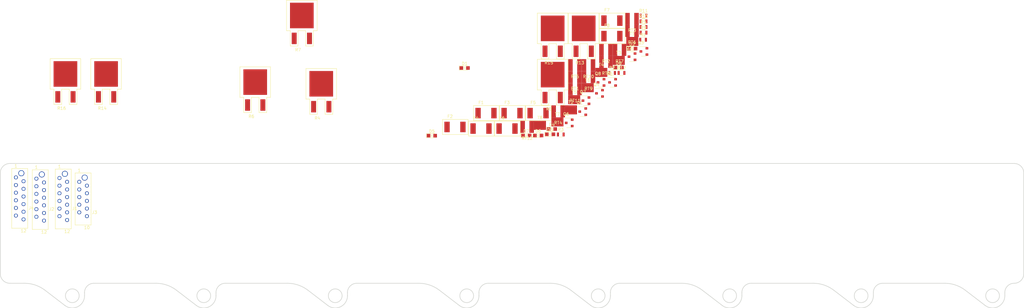
<source format=kicad_pcb>
(kicad_pcb (version 20171130) (host pcbnew 5.0.2-bee76a0~70~ubuntu16.04.1)

  (general
    (thickness 1.6)
    (drawings 64)
    (tracks 0)
    (zones 0)
    (modules 64)
    (nets 71)
  )

  (page A4)
  (layers
    (0 F.Cu signal)
    (31 B.Cu signal)
    (32 B.Adhes user)
    (33 F.Adhes user)
    (34 B.Paste user)
    (35 F.Paste user)
    (36 B.SilkS user)
    (37 F.SilkS user)
    (38 B.Mask user)
    (39 F.Mask user)
    (40 Dwgs.User user)
    (41 Cmts.User user)
    (42 Eco1.User user)
    (43 Eco2.User user)
    (44 Edge.Cuts user)
    (45 Margin user)
    (46 B.CrtYd user)
    (47 F.CrtYd user)
    (48 B.Fab user)
    (49 F.Fab user)
  )

  (setup
    (last_trace_width 0.25)
    (trace_clearance 0.2)
    (zone_clearance 0.508)
    (zone_45_only no)
    (trace_min 0.2)
    (segment_width 0.2)
    (edge_width 0.15)
    (via_size 0.8)
    (via_drill 0.4)
    (via_min_size 0.4)
    (via_min_drill 0.3)
    (uvia_size 0.3)
    (uvia_drill 0.1)
    (uvias_allowed no)
    (uvia_min_size 0.2)
    (uvia_min_drill 0.1)
    (pcb_text_width 0.3)
    (pcb_text_size 1.5 1.5)
    (mod_edge_width 0.15)
    (mod_text_size 1 1)
    (mod_text_width 0.15)
    (pad_size 1.524 1.524)
    (pad_drill 0.762)
    (pad_to_mask_clearance 0.051)
    (solder_mask_min_width 0.25)
    (aux_axis_origin 0 0)
    (visible_elements FFFFF77F)
    (pcbplotparams
      (layerselection 0x010fc_ffffffff)
      (usegerberextensions false)
      (usegerberattributes false)
      (usegerberadvancedattributes false)
      (creategerberjobfile false)
      (excludeedgelayer true)
      (linewidth 0.100000)
      (plotframeref false)
      (viasonmask false)
      (mode 1)
      (useauxorigin false)
      (hpglpennumber 1)
      (hpglpenspeed 20)
      (hpglpendiameter 15.000000)
      (psnegative false)
      (psa4output false)
      (plotreference true)
      (plotvalue true)
      (plotinvisibletext false)
      (padsonsilk false)
      (subtractmaskfromsilk false)
      (outputformat 1)
      (mirror false)
      (drillshape 1)
      (scaleselection 1)
      (outputdirectory ""))
  )

  (net 0 "")
  (net 1 "Net-(D1-Pad2)")
  (net 2 "Net-(D1-Pad1)")
  (net 3 "Net-(D2-Pad1)")
  (net 4 "Net-(D2-Pad2)")
  (net 5 "Net-(D3-Pad1)")
  (net 6 "Net-(D3-Pad2)")
  (net 7 "Net-(D4-Pad1)")
  (net 8 "Net-(D4-Pad2)")
  (net 9 "Net-(D5-Pad2)")
  (net 10 "Net-(D5-Pad1)")
  (net 11 "Net-(D6-Pad2)")
  (net 12 "Net-(D6-Pad1)")
  (net 13 "Net-(D7-Pad2)")
  (net 14 "Net-(D7-Pad1)")
  (net 15 "Net-(D8-Pad1)")
  (net 16 "Net-(D8-Pad2)")
  (net 17 /PWR16)
  (net 18 /C15)
  (net 19 /C13)
  (net 20 /PWR14)
  (net 21 /PWR12)
  (net 22 /C11)
  (net 23 /C9)
  (net 24 /PWR10)
  (net 25 /PWR4)
  (net 26 /C3)
  (net 27 /C1)
  (net 28 /PWR2)
  (net 29 /C5)
  (net 30 /PWR6)
  (net 31 /PWR8)
  (net 32 /C7)
  (net 33 /C15_T3)
  (net 34 /C15_T2)
  (net 35 /C15_T1)
  (net 36 /C11_T3)
  (net 37 /PWR13)
  (net 38 /PWR15)
  (net 39 /C3_T1)
  (net 40 /C3_T3)
  (net 41 /C7_T2)
  (net 42 /C11_T1)
  (net 43 /C3_T2)
  (net 44 /C11_T2)
  (net 45 /C7_T3)
  (net 46 /C7_T1)
  (net 47 /Q7)
  (net 48 /Q11)
  (net 49 /Q15)
  (net 50 /Q3)
  (net 51 /Q13)
  (net 52 /Q9)
  (net 53 /Q5)
  (net 54 /Q1)
  (net 55 /GND1)
  (net 56 "Net-(J3-Pad10)")
  (net 57 /PWR11)
  (net 58 /PWR9)
  (net 59 /PWR7)
  (net 60 /PWR5)
  (net 61 /PWR3)
  (net 62 /PWR1)
  (net 63 "Net-(R4-PadEP)")
  (net 64 "Net-(R6-PadEP)")
  (net 65 "Net-(R7-PadEP)")
  (net 66 "Net-(R8-PadEP)")
  (net 67 "Net-(R13-PadEP)")
  (net 68 "Net-(R14-PadEP)")
  (net 69 "Net-(R15-PadEP)")
  (net 70 "Net-(R16-PadEP)")

  (net_class Default "This is the default net class."
    (clearance 0.2)
    (trace_width 0.25)
    (via_dia 0.8)
    (via_drill 0.4)
    (uvia_dia 0.3)
    (uvia_drill 0.1)
    (add_net /C1)
    (add_net /C11)
    (add_net /C11_T1)
    (add_net /C11_T2)
    (add_net /C11_T3)
    (add_net /C13)
    (add_net /C15)
    (add_net /C15_T1)
    (add_net /C15_T2)
    (add_net /C15_T3)
    (add_net /C3)
    (add_net /C3_T1)
    (add_net /C3_T2)
    (add_net /C3_T3)
    (add_net /C5)
    (add_net /C7)
    (add_net /C7_T1)
    (add_net /C7_T2)
    (add_net /C7_T3)
    (add_net /C9)
    (add_net /GND1)
    (add_net /PWR1)
    (add_net /PWR10)
    (add_net /PWR11)
    (add_net /PWR12)
    (add_net /PWR13)
    (add_net /PWR14)
    (add_net /PWR15)
    (add_net /PWR16)
    (add_net /PWR2)
    (add_net /PWR3)
    (add_net /PWR4)
    (add_net /PWR5)
    (add_net /PWR6)
    (add_net /PWR7)
    (add_net /PWR8)
    (add_net /PWR9)
    (add_net /Q1)
    (add_net /Q11)
    (add_net /Q13)
    (add_net /Q15)
    (add_net /Q3)
    (add_net /Q5)
    (add_net /Q7)
    (add_net /Q9)
    (add_net "Net-(D1-Pad1)")
    (add_net "Net-(D1-Pad2)")
    (add_net "Net-(D2-Pad1)")
    (add_net "Net-(D2-Pad2)")
    (add_net "Net-(D3-Pad1)")
    (add_net "Net-(D3-Pad2)")
    (add_net "Net-(D4-Pad1)")
    (add_net "Net-(D4-Pad2)")
    (add_net "Net-(D5-Pad1)")
    (add_net "Net-(D5-Pad2)")
    (add_net "Net-(D6-Pad1)")
    (add_net "Net-(D6-Pad2)")
    (add_net "Net-(D7-Pad1)")
    (add_net "Net-(D7-Pad2)")
    (add_net "Net-(D8-Pad1)")
    (add_net "Net-(D8-Pad2)")
    (add_net "Net-(J3-Pad10)")
    (add_net "Net-(R13-PadEP)")
    (add_net "Net-(R14-PadEP)")
    (add_net "Net-(R15-PadEP)")
    (add_net "Net-(R16-PadEP)")
    (add_net "Net-(R4-PadEP)")
    (add_net "Net-(R6-PadEP)")
    (add_net "Net-(R7-PadEP)")
    (add_net "Net-(R8-PadEP)")
  )

  (module footprints:LED_0805_OEM (layer F.Cu) (tedit 5C3D84D8) (tstamp 5DC662A3)
    (at 138.122401 34.362401)
    (descr "LED 0805 smd package")
    (tags "LED led 0805 SMD smd SMT smt smdled SMDLED smtled SMTLED")
    (path /5DB8C678)
    (attr smd)
    (fp_text reference D1 (at 0 -1.45) (layer F.SilkS)
      (effects (font (size 1 1) (thickness 0.15)))
    )
    (fp_text value LED_0805 (at 0.508 2.032) (layer F.Fab) hide
      (effects (font (size 1 1) (thickness 0.15)))
    )
    (fp_line (start -0.2 0.35) (end -0.2 0) (layer F.SilkS) (width 0.1))
    (fp_line (start -0.2 0) (end -0.2 -0.35) (layer F.SilkS) (width 0.1))
    (fp_line (start 0.15 0.35) (end -0.2 0) (layer F.SilkS) (width 0.1))
    (fp_line (start 0.15 0.3) (end 0.15 0.35) (layer F.SilkS) (width 0.1))
    (fp_line (start 0.15 0.35) (end 0.15 0.3) (layer F.SilkS) (width 0.1))
    (fp_line (start 0.15 -0.35) (end 0.15 0.3) (layer F.SilkS) (width 0.1))
    (fp_line (start 0.1 -0.3) (end 0.15 -0.35) (layer F.SilkS) (width 0.1))
    (fp_line (start -0.2 0) (end 0.1 -0.3) (layer F.SilkS) (width 0.1))
    (fp_line (start -1.8 -0.7) (end -1.8 0.7) (layer F.SilkS) (width 0.12))
    (fp_line (start 1 0.6) (end -1 0.6) (layer F.Fab) (width 0.1))
    (fp_line (start 1 -0.6) (end 1 0.6) (layer F.Fab) (width 0.1))
    (fp_line (start -1 -0.6) (end 1 -0.6) (layer F.Fab) (width 0.1))
    (fp_line (start -1 0.6) (end -1 -0.6) (layer F.Fab) (width 0.1))
    (fp_line (start -1.8 0.7) (end 1 0.7) (layer F.SilkS) (width 0.12))
    (fp_line (start -1.8 -0.7) (end 1 -0.7) (layer F.SilkS) (width 0.12))
    (fp_line (start 1.95 -0.85) (end 1.95 0.85) (layer F.CrtYd) (width 0.05))
    (fp_line (start 1.95 0.85) (end -1.95 0.85) (layer F.CrtYd) (width 0.05))
    (fp_line (start -1.95 0.85) (end -1.95 -0.85) (layer F.CrtYd) (width 0.05))
    (fp_line (start -1.95 -0.85) (end 1.95 -0.85) (layer F.CrtYd) (width 0.05))
    (pad 2 smd rect (at 1.1 0 180) (size 1.2 1.2) (layers F.Cu F.Paste F.Mask)
      (net 1 "Net-(D1-Pad2)"))
    (pad 1 smd rect (at -1.1 0 180) (size 1.2 1.2) (layers F.Cu F.Paste F.Mask)
      (net 2 "Net-(D1-Pad1)"))
    (model "${LOCAL_DIR}/OEM_Preferred_Parts/3DModels/LED_0805/LED 0805 Base GREEN001_sp.wrl"
      (at (xyz 0 0 0))
      (scale (xyz 1 1 1))
      (rotate (xyz 0 0 180))
    )
    (model "${LOCAL_DIR}/OEM_Preferred_Parts/3DModels/LED_0805/LED 0805 Base GREEN001_sp.step"
      (at (xyz 0 0 0))
      (scale (xyz 1 1 1))
      (rotate (xyz 0 0 0))
    )
  )

  (module footprints:LED_0805_OEM (layer F.Cu) (tedit 5C3D84D8) (tstamp 5DC662BC)
    (at 193.812401 27.902401)
    (descr "LED 0805 smd package")
    (tags "LED led 0805 SMD smd SMT smt smdled SMDLED smtled SMTLED")
    (path /5DB8C7F9)
    (attr smd)
    (fp_text reference D2 (at 0 -1.45) (layer F.SilkS)
      (effects (font (size 1 1) (thickness 0.15)))
    )
    (fp_text value LED_0805 (at 0.508 2.032) (layer F.Fab) hide
      (effects (font (size 1 1) (thickness 0.15)))
    )
    (fp_line (start -1.95 -0.85) (end 1.95 -0.85) (layer F.CrtYd) (width 0.05))
    (fp_line (start -1.95 0.85) (end -1.95 -0.85) (layer F.CrtYd) (width 0.05))
    (fp_line (start 1.95 0.85) (end -1.95 0.85) (layer F.CrtYd) (width 0.05))
    (fp_line (start 1.95 -0.85) (end 1.95 0.85) (layer F.CrtYd) (width 0.05))
    (fp_line (start -1.8 -0.7) (end 1 -0.7) (layer F.SilkS) (width 0.12))
    (fp_line (start -1.8 0.7) (end 1 0.7) (layer F.SilkS) (width 0.12))
    (fp_line (start -1 0.6) (end -1 -0.6) (layer F.Fab) (width 0.1))
    (fp_line (start -1 -0.6) (end 1 -0.6) (layer F.Fab) (width 0.1))
    (fp_line (start 1 -0.6) (end 1 0.6) (layer F.Fab) (width 0.1))
    (fp_line (start 1 0.6) (end -1 0.6) (layer F.Fab) (width 0.1))
    (fp_line (start -1.8 -0.7) (end -1.8 0.7) (layer F.SilkS) (width 0.12))
    (fp_line (start -0.2 0) (end 0.1 -0.3) (layer F.SilkS) (width 0.1))
    (fp_line (start 0.1 -0.3) (end 0.15 -0.35) (layer F.SilkS) (width 0.1))
    (fp_line (start 0.15 -0.35) (end 0.15 0.3) (layer F.SilkS) (width 0.1))
    (fp_line (start 0.15 0.35) (end 0.15 0.3) (layer F.SilkS) (width 0.1))
    (fp_line (start 0.15 0.3) (end 0.15 0.35) (layer F.SilkS) (width 0.1))
    (fp_line (start 0.15 0.35) (end -0.2 0) (layer F.SilkS) (width 0.1))
    (fp_line (start -0.2 0) (end -0.2 -0.35) (layer F.SilkS) (width 0.1))
    (fp_line (start -0.2 0.35) (end -0.2 0) (layer F.SilkS) (width 0.1))
    (pad 1 smd rect (at -1.1 0 180) (size 1.2 1.2) (layers F.Cu F.Paste F.Mask)
      (net 3 "Net-(D2-Pad1)"))
    (pad 2 smd rect (at 1.1 0 180) (size 1.2 1.2) (layers F.Cu F.Paste F.Mask)
      (net 4 "Net-(D2-Pad2)"))
    (model "${LOCAL_DIR}/OEM_Preferred_Parts/3DModels/LED_0805/LED 0805 Base GREEN001_sp.wrl"
      (at (xyz 0 0 0))
      (scale (xyz 1 1 1))
      (rotate (xyz 0 0 180))
    )
    (model "${LOCAL_DIR}/OEM_Preferred_Parts/3DModels/LED_0805/LED 0805 Base GREEN001_sp.step"
      (at (xyz 0 0 0))
      (scale (xyz 1 1 1))
      (rotate (xyz 0 0 0))
    )
  )

  (module footprints:LED_0805_OEM (layer F.Cu) (tedit 5C3D84D8) (tstamp 5DC662D5)
    (at 166.522401 56.432401)
    (descr "LED 0805 smd package")
    (tags "LED led 0805 SMD smd SMT smt smdled SMDLED smtled SMTLED")
    (path /5DB8C6B4)
    (attr smd)
    (fp_text reference D3 (at 0 -1.45) (layer F.SilkS)
      (effects (font (size 1 1) (thickness 0.15)))
    )
    (fp_text value LED_0805 (at 0.508 2.032) (layer F.Fab) hide
      (effects (font (size 1 1) (thickness 0.15)))
    )
    (fp_line (start -1.95 -0.85) (end 1.95 -0.85) (layer F.CrtYd) (width 0.05))
    (fp_line (start -1.95 0.85) (end -1.95 -0.85) (layer F.CrtYd) (width 0.05))
    (fp_line (start 1.95 0.85) (end -1.95 0.85) (layer F.CrtYd) (width 0.05))
    (fp_line (start 1.95 -0.85) (end 1.95 0.85) (layer F.CrtYd) (width 0.05))
    (fp_line (start -1.8 -0.7) (end 1 -0.7) (layer F.SilkS) (width 0.12))
    (fp_line (start -1.8 0.7) (end 1 0.7) (layer F.SilkS) (width 0.12))
    (fp_line (start -1 0.6) (end -1 -0.6) (layer F.Fab) (width 0.1))
    (fp_line (start -1 -0.6) (end 1 -0.6) (layer F.Fab) (width 0.1))
    (fp_line (start 1 -0.6) (end 1 0.6) (layer F.Fab) (width 0.1))
    (fp_line (start 1 0.6) (end -1 0.6) (layer F.Fab) (width 0.1))
    (fp_line (start -1.8 -0.7) (end -1.8 0.7) (layer F.SilkS) (width 0.12))
    (fp_line (start -0.2 0) (end 0.1 -0.3) (layer F.SilkS) (width 0.1))
    (fp_line (start 0.1 -0.3) (end 0.15 -0.35) (layer F.SilkS) (width 0.1))
    (fp_line (start 0.15 -0.35) (end 0.15 0.3) (layer F.SilkS) (width 0.1))
    (fp_line (start 0.15 0.35) (end 0.15 0.3) (layer F.SilkS) (width 0.1))
    (fp_line (start 0.15 0.3) (end 0.15 0.35) (layer F.SilkS) (width 0.1))
    (fp_line (start 0.15 0.35) (end -0.2 0) (layer F.SilkS) (width 0.1))
    (fp_line (start -0.2 0) (end -0.2 -0.35) (layer F.SilkS) (width 0.1))
    (fp_line (start -0.2 0.35) (end -0.2 0) (layer F.SilkS) (width 0.1))
    (pad 1 smd rect (at -1.1 0 180) (size 1.2 1.2) (layers F.Cu F.Paste F.Mask)
      (net 5 "Net-(D3-Pad1)"))
    (pad 2 smd rect (at 1.1 0 180) (size 1.2 1.2) (layers F.Cu F.Paste F.Mask)
      (net 6 "Net-(D3-Pad2)"))
    (model "${LOCAL_DIR}/OEM_Preferred_Parts/3DModels/LED_0805/LED 0805 Base GREEN001_sp.wrl"
      (at (xyz 0 0 0))
      (scale (xyz 1 1 1))
      (rotate (xyz 0 0 180))
    )
    (model "${LOCAL_DIR}/OEM_Preferred_Parts/3DModels/LED_0805/LED 0805 Base GREEN001_sp.step"
      (at (xyz 0 0 0))
      (scale (xyz 1 1 1))
      (rotate (xyz 0 0 0))
    )
  )

  (module footprints:LED_0805_OEM (layer F.Cu) (tedit 5C3D84D8) (tstamp 5DC662EE)
    (at 167.122401 54.682401)
    (descr "LED 0805 smd package")
    (tags "LED led 0805 SMD smd SMT smt smdled SMDLED smtled SMTLED")
    (path /5DB8C6EA)
    (attr smd)
    (fp_text reference D4 (at 0 -1.45) (layer F.SilkS)
      (effects (font (size 1 1) (thickness 0.15)))
    )
    (fp_text value LED_0805 (at 0.508 2.032) (layer F.Fab) hide
      (effects (font (size 1 1) (thickness 0.15)))
    )
    (fp_line (start -1.95 -0.85) (end 1.95 -0.85) (layer F.CrtYd) (width 0.05))
    (fp_line (start -1.95 0.85) (end -1.95 -0.85) (layer F.CrtYd) (width 0.05))
    (fp_line (start 1.95 0.85) (end -1.95 0.85) (layer F.CrtYd) (width 0.05))
    (fp_line (start 1.95 -0.85) (end 1.95 0.85) (layer F.CrtYd) (width 0.05))
    (fp_line (start -1.8 -0.7) (end 1 -0.7) (layer F.SilkS) (width 0.12))
    (fp_line (start -1.8 0.7) (end 1 0.7) (layer F.SilkS) (width 0.12))
    (fp_line (start -1 0.6) (end -1 -0.6) (layer F.Fab) (width 0.1))
    (fp_line (start -1 -0.6) (end 1 -0.6) (layer F.Fab) (width 0.1))
    (fp_line (start 1 -0.6) (end 1 0.6) (layer F.Fab) (width 0.1))
    (fp_line (start 1 0.6) (end -1 0.6) (layer F.Fab) (width 0.1))
    (fp_line (start -1.8 -0.7) (end -1.8 0.7) (layer F.SilkS) (width 0.12))
    (fp_line (start -0.2 0) (end 0.1 -0.3) (layer F.SilkS) (width 0.1))
    (fp_line (start 0.1 -0.3) (end 0.15 -0.35) (layer F.SilkS) (width 0.1))
    (fp_line (start 0.15 -0.35) (end 0.15 0.3) (layer F.SilkS) (width 0.1))
    (fp_line (start 0.15 0.35) (end 0.15 0.3) (layer F.SilkS) (width 0.1))
    (fp_line (start 0.15 0.3) (end 0.15 0.35) (layer F.SilkS) (width 0.1))
    (fp_line (start 0.15 0.35) (end -0.2 0) (layer F.SilkS) (width 0.1))
    (fp_line (start -0.2 0) (end -0.2 -0.35) (layer F.SilkS) (width 0.1))
    (fp_line (start -0.2 0.35) (end -0.2 0) (layer F.SilkS) (width 0.1))
    (pad 1 smd rect (at -1.1 0 180) (size 1.2 1.2) (layers F.Cu F.Paste F.Mask)
      (net 7 "Net-(D4-Pad1)"))
    (pad 2 smd rect (at 1.1 0 180) (size 1.2 1.2) (layers F.Cu F.Paste F.Mask)
      (net 8 "Net-(D4-Pad2)"))
    (model "${LOCAL_DIR}/OEM_Preferred_Parts/3DModels/LED_0805/LED 0805 Base GREEN001_sp.wrl"
      (at (xyz 0 0 0))
      (scale (xyz 1 1 1))
      (rotate (xyz 0 0 180))
    )
    (model "${LOCAL_DIR}/OEM_Preferred_Parts/3DModels/LED_0805/LED 0805 Base GREEN001_sp.step"
      (at (xyz 0 0 0))
      (scale (xyz 1 1 1))
      (rotate (xyz 0 0 0))
    )
  )

  (module footprints:LED_0805_OEM (layer F.Cu) (tedit 5C3D84D8) (tstamp 5DC66307)
    (at 127.222401 56.902401)
    (descr "LED 0805 smd package")
    (tags "LED led 0805 SMD smd SMT smt smdled SMDLED smtled SMTLED")
    (path /5DB8C78C)
    (attr smd)
    (fp_text reference D5 (at 0 -1.45) (layer F.SilkS)
      (effects (font (size 1 1) (thickness 0.15)))
    )
    (fp_text value LED_0805 (at 0.508 2.032) (layer F.Fab) hide
      (effects (font (size 1 1) (thickness 0.15)))
    )
    (fp_line (start -0.2 0.35) (end -0.2 0) (layer F.SilkS) (width 0.1))
    (fp_line (start -0.2 0) (end -0.2 -0.35) (layer F.SilkS) (width 0.1))
    (fp_line (start 0.15 0.35) (end -0.2 0) (layer F.SilkS) (width 0.1))
    (fp_line (start 0.15 0.3) (end 0.15 0.35) (layer F.SilkS) (width 0.1))
    (fp_line (start 0.15 0.35) (end 0.15 0.3) (layer F.SilkS) (width 0.1))
    (fp_line (start 0.15 -0.35) (end 0.15 0.3) (layer F.SilkS) (width 0.1))
    (fp_line (start 0.1 -0.3) (end 0.15 -0.35) (layer F.SilkS) (width 0.1))
    (fp_line (start -0.2 0) (end 0.1 -0.3) (layer F.SilkS) (width 0.1))
    (fp_line (start -1.8 -0.7) (end -1.8 0.7) (layer F.SilkS) (width 0.12))
    (fp_line (start 1 0.6) (end -1 0.6) (layer F.Fab) (width 0.1))
    (fp_line (start 1 -0.6) (end 1 0.6) (layer F.Fab) (width 0.1))
    (fp_line (start -1 -0.6) (end 1 -0.6) (layer F.Fab) (width 0.1))
    (fp_line (start -1 0.6) (end -1 -0.6) (layer F.Fab) (width 0.1))
    (fp_line (start -1.8 0.7) (end 1 0.7) (layer F.SilkS) (width 0.12))
    (fp_line (start -1.8 -0.7) (end 1 -0.7) (layer F.SilkS) (width 0.12))
    (fp_line (start 1.95 -0.85) (end 1.95 0.85) (layer F.CrtYd) (width 0.05))
    (fp_line (start 1.95 0.85) (end -1.95 0.85) (layer F.CrtYd) (width 0.05))
    (fp_line (start -1.95 0.85) (end -1.95 -0.85) (layer F.CrtYd) (width 0.05))
    (fp_line (start -1.95 -0.85) (end 1.95 -0.85) (layer F.CrtYd) (width 0.05))
    (pad 2 smd rect (at 1.1 0 180) (size 1.2 1.2) (layers F.Cu F.Paste F.Mask)
      (net 9 "Net-(D5-Pad2)"))
    (pad 1 smd rect (at -1.1 0 180) (size 1.2 1.2) (layers F.Cu F.Paste F.Mask)
      (net 10 "Net-(D5-Pad1)"))
    (model "${LOCAL_DIR}/OEM_Preferred_Parts/3DModels/LED_0805/LED 0805 Base GREEN001_sp.wrl"
      (at (xyz 0 0 0))
      (scale (xyz 1 1 1))
      (rotate (xyz 0 0 180))
    )
    (model "${LOCAL_DIR}/OEM_Preferred_Parts/3DModels/LED_0805/LED 0805 Base GREEN001_sp.step"
      (at (xyz 0 0 0))
      (scale (xyz 1 1 1))
      (rotate (xyz 0 0 0))
    )
  )

  (module footprints:LED_0805_OEM (layer F.Cu) (tedit 5C3D84D8) (tstamp 5DC66320)
    (at 162.572401 56.832401)
    (descr "LED 0805 smd package")
    (tags "LED led 0805 SMD smd SMT smt smdled SMDLED smtled SMTLED")
    (path /5DB8C7C2)
    (attr smd)
    (fp_text reference D6 (at 0 -1.45) (layer F.SilkS)
      (effects (font (size 1 1) (thickness 0.15)))
    )
    (fp_text value LED_0805 (at 0.508 2.032) (layer F.Fab) hide
      (effects (font (size 1 1) (thickness 0.15)))
    )
    (fp_line (start -0.2 0.35) (end -0.2 0) (layer F.SilkS) (width 0.1))
    (fp_line (start -0.2 0) (end -0.2 -0.35) (layer F.SilkS) (width 0.1))
    (fp_line (start 0.15 0.35) (end -0.2 0) (layer F.SilkS) (width 0.1))
    (fp_line (start 0.15 0.3) (end 0.15 0.35) (layer F.SilkS) (width 0.1))
    (fp_line (start 0.15 0.35) (end 0.15 0.3) (layer F.SilkS) (width 0.1))
    (fp_line (start 0.15 -0.35) (end 0.15 0.3) (layer F.SilkS) (width 0.1))
    (fp_line (start 0.1 -0.3) (end 0.15 -0.35) (layer F.SilkS) (width 0.1))
    (fp_line (start -0.2 0) (end 0.1 -0.3) (layer F.SilkS) (width 0.1))
    (fp_line (start -1.8 -0.7) (end -1.8 0.7) (layer F.SilkS) (width 0.12))
    (fp_line (start 1 0.6) (end -1 0.6) (layer F.Fab) (width 0.1))
    (fp_line (start 1 -0.6) (end 1 0.6) (layer F.Fab) (width 0.1))
    (fp_line (start -1 -0.6) (end 1 -0.6) (layer F.Fab) (width 0.1))
    (fp_line (start -1 0.6) (end -1 -0.6) (layer F.Fab) (width 0.1))
    (fp_line (start -1.8 0.7) (end 1 0.7) (layer F.SilkS) (width 0.12))
    (fp_line (start -1.8 -0.7) (end 1 -0.7) (layer F.SilkS) (width 0.12))
    (fp_line (start 1.95 -0.85) (end 1.95 0.85) (layer F.CrtYd) (width 0.05))
    (fp_line (start 1.95 0.85) (end -1.95 0.85) (layer F.CrtYd) (width 0.05))
    (fp_line (start -1.95 0.85) (end -1.95 -0.85) (layer F.CrtYd) (width 0.05))
    (fp_line (start -1.95 -0.85) (end 1.95 -0.85) (layer F.CrtYd) (width 0.05))
    (pad 2 smd rect (at 1.1 0 180) (size 1.2 1.2) (layers F.Cu F.Paste F.Mask)
      (net 11 "Net-(D6-Pad2)"))
    (pad 1 smd rect (at -1.1 0 180) (size 1.2 1.2) (layers F.Cu F.Paste F.Mask)
      (net 12 "Net-(D6-Pad1)"))
    (model "${LOCAL_DIR}/OEM_Preferred_Parts/3DModels/LED_0805/LED 0805 Base GREEN001_sp.wrl"
      (at (xyz 0 0 0))
      (scale (xyz 1 1 1))
      (rotate (xyz 0 0 180))
    )
    (model "${LOCAL_DIR}/OEM_Preferred_Parts/3DModels/LED_0805/LED 0805 Base GREEN001_sp.step"
      (at (xyz 0 0 0))
      (scale (xyz 1 1 1))
      (rotate (xyz 0 0 0))
    )
  )

  (module footprints:LED_0805_OEM (layer F.Cu) (tedit 5C3D84D8) (tstamp 5DC66339)
    (at 158.622401 56.832401)
    (descr "LED 0805 smd package")
    (tags "LED led 0805 SMD smd SMT smt smdled SMDLED smtled SMTLED")
    (path /5DB8C756)
    (attr smd)
    (fp_text reference D7 (at 0 -1.45) (layer F.SilkS)
      (effects (font (size 1 1) (thickness 0.15)))
    )
    (fp_text value LED_0805 (at 0.508 2.032) (layer F.Fab) hide
      (effects (font (size 1 1) (thickness 0.15)))
    )
    (fp_line (start -0.2 0.35) (end -0.2 0) (layer F.SilkS) (width 0.1))
    (fp_line (start -0.2 0) (end -0.2 -0.35) (layer F.SilkS) (width 0.1))
    (fp_line (start 0.15 0.35) (end -0.2 0) (layer F.SilkS) (width 0.1))
    (fp_line (start 0.15 0.3) (end 0.15 0.35) (layer F.SilkS) (width 0.1))
    (fp_line (start 0.15 0.35) (end 0.15 0.3) (layer F.SilkS) (width 0.1))
    (fp_line (start 0.15 -0.35) (end 0.15 0.3) (layer F.SilkS) (width 0.1))
    (fp_line (start 0.1 -0.3) (end 0.15 -0.35) (layer F.SilkS) (width 0.1))
    (fp_line (start -0.2 0) (end 0.1 -0.3) (layer F.SilkS) (width 0.1))
    (fp_line (start -1.8 -0.7) (end -1.8 0.7) (layer F.SilkS) (width 0.12))
    (fp_line (start 1 0.6) (end -1 0.6) (layer F.Fab) (width 0.1))
    (fp_line (start 1 -0.6) (end 1 0.6) (layer F.Fab) (width 0.1))
    (fp_line (start -1 -0.6) (end 1 -0.6) (layer F.Fab) (width 0.1))
    (fp_line (start -1 0.6) (end -1 -0.6) (layer F.Fab) (width 0.1))
    (fp_line (start -1.8 0.7) (end 1 0.7) (layer F.SilkS) (width 0.12))
    (fp_line (start -1.8 -0.7) (end 1 -0.7) (layer F.SilkS) (width 0.12))
    (fp_line (start 1.95 -0.85) (end 1.95 0.85) (layer F.CrtYd) (width 0.05))
    (fp_line (start 1.95 0.85) (end -1.95 0.85) (layer F.CrtYd) (width 0.05))
    (fp_line (start -1.95 0.85) (end -1.95 -0.85) (layer F.CrtYd) (width 0.05))
    (fp_line (start -1.95 -0.85) (end 1.95 -0.85) (layer F.CrtYd) (width 0.05))
    (pad 2 smd rect (at 1.1 0 180) (size 1.2 1.2) (layers F.Cu F.Paste F.Mask)
      (net 13 "Net-(D7-Pad2)"))
    (pad 1 smd rect (at -1.1 0 180) (size 1.2 1.2) (layers F.Cu F.Paste F.Mask)
      (net 14 "Net-(D7-Pad1)"))
    (model "${LOCAL_DIR}/OEM_Preferred_Parts/3DModels/LED_0805/LED 0805 Base GREEN001_sp.wrl"
      (at (xyz 0 0 0))
      (scale (xyz 1 1 1))
      (rotate (xyz 0 0 180))
    )
    (model "${LOCAL_DIR}/OEM_Preferred_Parts/3DModels/LED_0805/LED 0805 Base GREEN001_sp.step"
      (at (xyz 0 0 0))
      (scale (xyz 1 1 1))
      (rotate (xyz 0 0 0))
    )
  )

  (module footprints:LED_0805_OEM (layer F.Cu) (tedit 5C3D84D8) (tstamp 5DC66352)
    (at 189.312401 34.202401)
    (descr "LED 0805 smd package")
    (tags "LED led 0805 SMD smd SMT smt smdled SMDLED smtled SMTLED")
    (path /5DB8C720)
    (attr smd)
    (fp_text reference D8 (at 0 -1.45) (layer F.SilkS)
      (effects (font (size 1 1) (thickness 0.15)))
    )
    (fp_text value LED_0805 (at 0.508 2.032) (layer F.Fab) hide
      (effects (font (size 1 1) (thickness 0.15)))
    )
    (fp_line (start -1.95 -0.85) (end 1.95 -0.85) (layer F.CrtYd) (width 0.05))
    (fp_line (start -1.95 0.85) (end -1.95 -0.85) (layer F.CrtYd) (width 0.05))
    (fp_line (start 1.95 0.85) (end -1.95 0.85) (layer F.CrtYd) (width 0.05))
    (fp_line (start 1.95 -0.85) (end 1.95 0.85) (layer F.CrtYd) (width 0.05))
    (fp_line (start -1.8 -0.7) (end 1 -0.7) (layer F.SilkS) (width 0.12))
    (fp_line (start -1.8 0.7) (end 1 0.7) (layer F.SilkS) (width 0.12))
    (fp_line (start -1 0.6) (end -1 -0.6) (layer F.Fab) (width 0.1))
    (fp_line (start -1 -0.6) (end 1 -0.6) (layer F.Fab) (width 0.1))
    (fp_line (start 1 -0.6) (end 1 0.6) (layer F.Fab) (width 0.1))
    (fp_line (start 1 0.6) (end -1 0.6) (layer F.Fab) (width 0.1))
    (fp_line (start -1.8 -0.7) (end -1.8 0.7) (layer F.SilkS) (width 0.12))
    (fp_line (start -0.2 0) (end 0.1 -0.3) (layer F.SilkS) (width 0.1))
    (fp_line (start 0.1 -0.3) (end 0.15 -0.35) (layer F.SilkS) (width 0.1))
    (fp_line (start 0.15 -0.35) (end 0.15 0.3) (layer F.SilkS) (width 0.1))
    (fp_line (start 0.15 0.35) (end 0.15 0.3) (layer F.SilkS) (width 0.1))
    (fp_line (start 0.15 0.3) (end 0.15 0.35) (layer F.SilkS) (width 0.1))
    (fp_line (start 0.15 0.35) (end -0.2 0) (layer F.SilkS) (width 0.1))
    (fp_line (start -0.2 0) (end -0.2 -0.35) (layer F.SilkS) (width 0.1))
    (fp_line (start -0.2 0.35) (end -0.2 0) (layer F.SilkS) (width 0.1))
    (pad 1 smd rect (at -1.1 0 180) (size 1.2 1.2) (layers F.Cu F.Paste F.Mask)
      (net 15 "Net-(D8-Pad1)"))
    (pad 2 smd rect (at 1.1 0 180) (size 1.2 1.2) (layers F.Cu F.Paste F.Mask)
      (net 16 "Net-(D8-Pad2)"))
    (model "${LOCAL_DIR}/OEM_Preferred_Parts/3DModels/LED_0805/LED 0805 Base GREEN001_sp.wrl"
      (at (xyz 0 0 0))
      (scale (xyz 1 1 1))
      (rotate (xyz 0 0 180))
    )
    (model "${LOCAL_DIR}/OEM_Preferred_Parts/3DModels/LED_0805/LED 0805 Base GREEN001_sp.step"
      (at (xyz 0 0 0))
      (scale (xyz 1 1 1))
      (rotate (xyz 0 0 0))
    )
  )

  (module footprints:Fuse_1812 (layer F.Cu) (tedit 5A050C3C) (tstamp 5DC6635C)
    (at 142.582401 49.382401)
    (path /5DB8C836)
    (fp_text reference F1 (at 1 -3.5) (layer F.SilkS)
      (effects (font (size 1 1) (thickness 0.15)))
    )
    (fp_text value 200mA_Fuse (at 3 3.5) (layer F.Fab) hide
      (effects (font (size 1 1) (thickness 0.15)))
    )
    (fp_line (start -1.5 2.5) (end -1.5 -2.5) (layer F.SilkS) (width 0.15))
    (fp_line (start 7 2.5) (end -1.5 2.5) (layer F.SilkS) (width 0.15))
    (fp_line (start 7 -2.5) (end 7 2.5) (layer F.SilkS) (width 0.15))
    (fp_line (start -1.5 -2.5) (end 7 -2.5) (layer F.SilkS) (width 0.15))
    (pad 1 smd rect (at 0 0) (size 1.78 3.5) (layers F.Cu F.Paste F.Mask)
      (net 17 /PWR16))
    (pad 2 smd rect (at 5.28 0) (size 1.78 3.5) (layers F.Cu F.Paste F.Mask)
      (net 18 /C15))
  )

  (module footprints:Fuse_1812 (layer F.Cu) (tedit 5A050C3C) (tstamp 5DC66366)
    (at 132.272401 53.992401)
    (path /5DB8C841)
    (fp_text reference F2 (at 1 -3.5) (layer F.SilkS)
      (effects (font (size 1 1) (thickness 0.15)))
    )
    (fp_text value 200mA_Fuse (at 3 3.5) (layer F.Fab) hide
      (effects (font (size 1 1) (thickness 0.15)))
    )
    (fp_line (start -1.5 -2.5) (end 7 -2.5) (layer F.SilkS) (width 0.15))
    (fp_line (start 7 -2.5) (end 7 2.5) (layer F.SilkS) (width 0.15))
    (fp_line (start 7 2.5) (end -1.5 2.5) (layer F.SilkS) (width 0.15))
    (fp_line (start -1.5 2.5) (end -1.5 -2.5) (layer F.SilkS) (width 0.15))
    (pad 2 smd rect (at 5.28 0) (size 1.78 3.5) (layers F.Cu F.Paste F.Mask)
      (net 19 /C13))
    (pad 1 smd rect (at 0 0) (size 1.78 3.5) (layers F.Cu F.Paste F.Mask)
      (net 20 /PWR14))
  )

  (module footprints:Fuse_1812 (layer F.Cu) (tedit 5A050C3C) (tstamp 5DC66370)
    (at 151.232401 49.382401)
    (path /5DB8C84C)
    (fp_text reference F3 (at 1 -3.5) (layer F.SilkS)
      (effects (font (size 1 1) (thickness 0.15)))
    )
    (fp_text value 200mA_Fuse (at 3 3.5) (layer F.Fab) hide
      (effects (font (size 1 1) (thickness 0.15)))
    )
    (fp_line (start -1.5 2.5) (end -1.5 -2.5) (layer F.SilkS) (width 0.15))
    (fp_line (start 7 2.5) (end -1.5 2.5) (layer F.SilkS) (width 0.15))
    (fp_line (start 7 -2.5) (end 7 2.5) (layer F.SilkS) (width 0.15))
    (fp_line (start -1.5 -2.5) (end 7 -2.5) (layer F.SilkS) (width 0.15))
    (pad 1 smd rect (at 0 0) (size 1.78 3.5) (layers F.Cu F.Paste F.Mask)
      (net 21 /PWR12))
    (pad 2 smd rect (at 5.28 0) (size 1.78 3.5) (layers F.Cu F.Paste F.Mask)
      (net 22 /C11))
  )

  (module footprints:Fuse_1812 (layer F.Cu) (tedit 5A050C3C) (tstamp 5DC6637A)
    (at 140.922401 54.532401)
    (path /5DB8C857)
    (fp_text reference F4 (at 1 -3.5) (layer F.SilkS)
      (effects (font (size 1 1) (thickness 0.15)))
    )
    (fp_text value 200mA_Fuse (at 3 3.5) (layer F.Fab) hide
      (effects (font (size 1 1) (thickness 0.15)))
    )
    (fp_line (start -1.5 -2.5) (end 7 -2.5) (layer F.SilkS) (width 0.15))
    (fp_line (start 7 -2.5) (end 7 2.5) (layer F.SilkS) (width 0.15))
    (fp_line (start 7 2.5) (end -1.5 2.5) (layer F.SilkS) (width 0.15))
    (fp_line (start -1.5 2.5) (end -1.5 -2.5) (layer F.SilkS) (width 0.15))
    (pad 2 smd rect (at 5.28 0) (size 1.78 3.5) (layers F.Cu F.Paste F.Mask)
      (net 23 /C9))
    (pad 1 smd rect (at 0 0) (size 1.78 3.5) (layers F.Cu F.Paste F.Mask)
      (net 24 /PWR10))
  )

  (module footprints:Fuse_1812 (layer F.Cu) (tedit 5A050C3C) (tstamp 5DC66384)
    (at 159.882401 49.382401)
    (path /5DB8C878)
    (fp_text reference F5 (at 1 -3.5) (layer F.SilkS)
      (effects (font (size 1 1) (thickness 0.15)))
    )
    (fp_text value 200mA_Fuse (at 3 3.5) (layer F.Fab) hide
      (effects (font (size 1 1) (thickness 0.15)))
    )
    (fp_line (start -1.5 2.5) (end -1.5 -2.5) (layer F.SilkS) (width 0.15))
    (fp_line (start 7 2.5) (end -1.5 2.5) (layer F.SilkS) (width 0.15))
    (fp_line (start 7 -2.5) (end 7 2.5) (layer F.SilkS) (width 0.15))
    (fp_line (start -1.5 -2.5) (end 7 -2.5) (layer F.SilkS) (width 0.15))
    (pad 1 smd rect (at 0 0) (size 1.78 3.5) (layers F.Cu F.Paste F.Mask)
      (net 25 /PWR4))
    (pad 2 smd rect (at 5.28 0) (size 1.78 3.5) (layers F.Cu F.Paste F.Mask)
      (net 26 /C3))
  )

  (module footprints:Fuse_1812 (layer F.Cu) (tedit 5A050C3C) (tstamp 5DC6638E)
    (at 149.572401 54.532401)
    (path /5DB8C883)
    (fp_text reference F6 (at 1 -3.5) (layer F.SilkS)
      (effects (font (size 1 1) (thickness 0.15)))
    )
    (fp_text value 200mA_Fuse (at 3 3.5) (layer F.Fab) hide
      (effects (font (size 1 1) (thickness 0.15)))
    )
    (fp_line (start -1.5 -2.5) (end 7 -2.5) (layer F.SilkS) (width 0.15))
    (fp_line (start 7 -2.5) (end 7 2.5) (layer F.SilkS) (width 0.15))
    (fp_line (start 7 2.5) (end -1.5 2.5) (layer F.SilkS) (width 0.15))
    (fp_line (start -1.5 2.5) (end -1.5 -2.5) (layer F.SilkS) (width 0.15))
    (pad 2 smd rect (at 5.28 0) (size 1.78 3.5) (layers F.Cu F.Paste F.Mask)
      (net 27 /C1))
    (pad 1 smd rect (at 0 0) (size 1.78 3.5) (layers F.Cu F.Paste F.Mask)
      (net 28 /PWR2))
  )

  (module footprints:Fuse_1812 (layer F.Cu) (tedit 5A050C3C) (tstamp 5DC66398)
    (at 184.412401 18.602401)
    (path /5DB8C86D)
    (fp_text reference F7 (at 1 -3.5) (layer F.SilkS)
      (effects (font (size 1 1) (thickness 0.15)))
    )
    (fp_text value 200mA_Fuse (at 3 3.5) (layer F.Fab) hide
      (effects (font (size 1 1) (thickness 0.15)))
    )
    (fp_line (start -1.5 -2.5) (end 7 -2.5) (layer F.SilkS) (width 0.15))
    (fp_line (start 7 -2.5) (end 7 2.5) (layer F.SilkS) (width 0.15))
    (fp_line (start 7 2.5) (end -1.5 2.5) (layer F.SilkS) (width 0.15))
    (fp_line (start -1.5 2.5) (end -1.5 -2.5) (layer F.SilkS) (width 0.15))
    (pad 2 smd rect (at 5.28 0) (size 1.78 3.5) (layers F.Cu F.Paste F.Mask)
      (net 29 /C5))
    (pad 1 smd rect (at 0 0) (size 1.78 3.5) (layers F.Cu F.Paste F.Mask)
      (net 30 /PWR6))
  )

  (module footprints:Fuse_1812 (layer F.Cu) (tedit 5A050C3C) (tstamp 5DC663A2)
    (at 184.412401 23.752401)
    (path /5DB8C862)
    (fp_text reference F8 (at 1 -3.5) (layer F.SilkS)
      (effects (font (size 1 1) (thickness 0.15)))
    )
    (fp_text value 200mA_Fuse (at 3 3.5) (layer F.Fab) hide
      (effects (font (size 1 1) (thickness 0.15)))
    )
    (fp_line (start -1.5 2.5) (end -1.5 -2.5) (layer F.SilkS) (width 0.15))
    (fp_line (start 7 2.5) (end -1.5 2.5) (layer F.SilkS) (width 0.15))
    (fp_line (start 7 -2.5) (end 7 2.5) (layer F.SilkS) (width 0.15))
    (fp_line (start -1.5 -2.5) (end 7 -2.5) (layer F.SilkS) (width 0.15))
    (pad 1 smd rect (at 0 0) (size 1.78 3.5) (layers F.Cu F.Paste F.Mask)
      (net 31 /PWR8))
    (pad 2 smd rect (at 5.28 0) (size 1.78 3.5) (layers F.Cu F.Paste F.Mask)
      (net 32 /C7))
  )

  (module footprints:micromatch_female_vert_12 (layer F.Cu) (tedit 5A7728CD) (tstamp 5DC663B9)
    (at 3.4798 76.073)
    (path /5DB8C8F3)
    (fp_text reference J1 (at 5.08 5.08) (layer F.SilkS)
      (effects (font (size 1 1) (thickness 0.15)))
    )
    (fp_text value MM_M_VT_12 (at 6.35 0 90) (layer F.Fab) hide
      (effects (font (size 1 1) (thickness 0.15)))
    )
    (fp_text user 12 (at 2.54 12.7) (layer F.SilkS)
      (effects (font (size 1 1) (thickness 0.15)))
    )
    (fp_text user 1 (at 0 -8.89) (layer F.SilkS)
      (effects (font (size 1 1) (thickness 0.15)))
    )
    (fp_line (start -1.38 11.83) (end 3.92 11.83) (layer F.SilkS) (width 0.15))
    (fp_line (start -1.38 -8.02) (end 3.92 -8.02) (layer F.SilkS) (width 0.15))
    (fp_line (start -1.38 11.83) (end -1.38 -8.02) (layer F.SilkS) (width 0.15))
    (fp_line (start 3.92 11.83) (end 3.92 -8.02) (layer F.SilkS) (width 0.15))
    (pad 5 thru_hole circle (at 0 0) (size 1.3 1.3) (drill 0.8) (layers *.Cu *.Mask)
      (net 32 /C7))
    (pad 3 thru_hole circle (at 0 -2.54) (size 1.3 1.3) (drill 0.8) (layers *.Cu *.Mask)
      (net 22 /C11))
    (pad 1 thru_hole circle (at 0 -5.08) (size 1.3 1.3) (drill 0.8) (layers *.Cu *.Mask)
      (net 18 /C15))
    (pad 7 thru_hole circle (at 0 2.54) (size 1.3 1.3) (drill 0.8) (layers *.Cu *.Mask)
      (net 26 /C3))
    (pad 2 thru_hole circle (at 2.54 -3.81) (size 1.3 1.3) (drill 0.8) (layers *.Cu *.Mask)
      (net 19 /C13))
    (pad 4 thru_hole circle (at 2.54 -1.27) (size 1.3 1.3) (drill 0.8) (layers *.Cu *.Mask)
      (net 23 /C9))
    (pad 6 thru_hole circle (at 2.54 1.27) (size 1.3 1.3) (drill 0.8) (layers *.Cu *.Mask)
      (net 29 /C5))
    (pad 8 thru_hole circle (at 2.54 3.81) (size 1.3 1.3) (drill 0.8) (layers *.Cu *.Mask)
      (net 27 /C1))
    (pad 9 thru_hole circle (at 0 5.08) (size 1.3 1.3) (drill 0.8) (layers *.Cu *.Mask)
      (net 33 /C15_T3))
    (pad 10 thru_hole circle (at 2.54 6.35) (size 1.3 1.3) (drill 0.8) (layers *.Cu *.Mask)
      (net 34 /C15_T2))
    (pad 11 thru_hole circle (at 0 7.62) (size 1.3 1.3) (drill 0.8) (layers *.Cu *.Mask)
      (net 35 /C15_T1))
    (pad 12 thru_hole circle (at 2.54 8.89) (size 1.3 1.3) (drill 0.8) (layers *.Cu *.Mask)
      (net 36 /C11_T3))
    (pad 13 thru_hole circle (at 1.8 -6.48) (size 2 2) (drill 1.5) (layers *.Cu *.Mask))
  )

  (module footprints:micromatch_female_vert_12 (layer F.Cu) (tedit 5A7728CD) (tstamp 5DC663D0)
    (at -4.191 76.2762)
    (path /5DB8C8FD)
    (fp_text reference J2 (at 5.08 5.08) (layer F.SilkS)
      (effects (font (size 1 1) (thickness 0.15)))
    )
    (fp_text value MM_M_VT_12 (at 6.35 0 90) (layer F.Fab) hide
      (effects (font (size 1 1) (thickness 0.15)))
    )
    (fp_line (start 3.92 11.83) (end 3.92 -8.02) (layer F.SilkS) (width 0.15))
    (fp_line (start -1.38 11.83) (end -1.38 -8.02) (layer F.SilkS) (width 0.15))
    (fp_line (start -1.38 -8.02) (end 3.92 -8.02) (layer F.SilkS) (width 0.15))
    (fp_line (start -1.38 11.83) (end 3.92 11.83) (layer F.SilkS) (width 0.15))
    (fp_text user 1 (at 0 -8.89) (layer F.SilkS)
      (effects (font (size 1 1) (thickness 0.15)))
    )
    (fp_text user 12 (at 2.54 12.7) (layer F.SilkS)
      (effects (font (size 1 1) (thickness 0.15)))
    )
    (pad 13 thru_hole circle (at 1.8 -6.48) (size 2 2) (drill 1.5) (layers *.Cu *.Mask))
    (pad 12 thru_hole circle (at 2.54 8.89) (size 1.3 1.3) (drill 0.8) (layers *.Cu *.Mask)
      (net 37 /PWR13))
    (pad 11 thru_hole circle (at 0 7.62) (size 1.3 1.3) (drill 0.8) (layers *.Cu *.Mask)
      (net 20 /PWR14))
    (pad 10 thru_hole circle (at 2.54 6.35) (size 1.3 1.3) (drill 0.8) (layers *.Cu *.Mask)
      (net 38 /PWR15))
    (pad 9 thru_hole circle (at 0 5.08) (size 1.3 1.3) (drill 0.8) (layers *.Cu *.Mask)
      (net 17 /PWR16))
    (pad 8 thru_hole circle (at 2.54 3.81) (size 1.3 1.3) (drill 0.8) (layers *.Cu *.Mask)
      (net 39 /C3_T1))
    (pad 6 thru_hole circle (at 2.54 1.27) (size 1.3 1.3) (drill 0.8) (layers *.Cu *.Mask)
      (net 40 /C3_T3))
    (pad 4 thru_hole circle (at 2.54 -1.27) (size 1.3 1.3) (drill 0.8) (layers *.Cu *.Mask)
      (net 41 /C7_T2))
    (pad 2 thru_hole circle (at 2.54 -3.81) (size 1.3 1.3) (drill 0.8) (layers *.Cu *.Mask)
      (net 42 /C11_T1))
    (pad 7 thru_hole circle (at 0 2.54) (size 1.3 1.3) (drill 0.8) (layers *.Cu *.Mask)
      (net 43 /C3_T2))
    (pad 1 thru_hole circle (at 0 -5.08) (size 1.3 1.3) (drill 0.8) (layers *.Cu *.Mask)
      (net 44 /C11_T2))
    (pad 3 thru_hole circle (at 0 -2.54) (size 1.3 1.3) (drill 0.8) (layers *.Cu *.Mask)
      (net 45 /C7_T3))
    (pad 5 thru_hole circle (at 0 0) (size 1.3 1.3) (drill 0.8) (layers *.Cu *.Mask)
      (net 46 /C7_T1))
  )

  (module footprints:micromatch_female_vert_10 (layer F.Cu) (tedit 5A772885) (tstamp 5DC663E5)
    (at 10.0584 77.343)
    (path /5DB8C907)
    (fp_text reference J3 (at 5.08 5.08) (layer F.SilkS)
      (effects (font (size 1 1) (thickness 0.15)))
    )
    (fp_text value MM_M_VT_10 (at 6.35 0 90) (layer F.Fab) hide
      (effects (font (size 1 1) (thickness 0.15)))
    )
    (fp_text user 10 (at 2.54 10.16) (layer F.SilkS)
      (effects (font (size 1 1) (thickness 0.15)))
    )
    (fp_text user 1 (at 0 -8.89) (layer F.SilkS)
      (effects (font (size 1 1) (thickness 0.15)))
    )
    (fp_line (start -1.38 9.29) (end 3.92 9.29) (layer F.SilkS) (width 0.15))
    (fp_line (start -1.38 -8.02) (end 3.92 -8.02) (layer F.SilkS) (width 0.15))
    (fp_line (start -1.38 9.29) (end -1.38 -8.02) (layer F.SilkS) (width 0.15))
    (fp_line (start 3.92 9.29) (end 3.92 -8.02) (layer F.SilkS) (width 0.15))
    (pad 5 thru_hole circle (at 0 0) (size 1.3 1.3) (drill 0.8) (layers *.Cu *.Mask)
      (net 47 /Q7))
    (pad 3 thru_hole circle (at 0 -2.54) (size 1.3 1.3) (drill 0.8) (layers *.Cu *.Mask)
      (net 48 /Q11))
    (pad 1 thru_hole circle (at 0 -5.08) (size 1.3 1.3) (drill 0.8) (layers *.Cu *.Mask)
      (net 49 /Q15))
    (pad 7 thru_hole circle (at 0 2.54) (size 1.3 1.3) (drill 0.8) (layers *.Cu *.Mask)
      (net 50 /Q3))
    (pad 2 thru_hole circle (at 2.54 -3.81) (size 1.3 1.3) (drill 0.8) (layers *.Cu *.Mask)
      (net 51 /Q13))
    (pad 4 thru_hole circle (at 2.54 -1.27) (size 1.3 1.3) (drill 0.8) (layers *.Cu *.Mask)
      (net 52 /Q9))
    (pad 6 thru_hole circle (at 2.54 1.27) (size 1.3 1.3) (drill 0.8) (layers *.Cu *.Mask)
      (net 53 /Q5))
    (pad 8 thru_hole circle (at 2.54 3.81) (size 1.3 1.3) (drill 0.8) (layers *.Cu *.Mask)
      (net 54 /Q1))
    (pad 9 thru_hole circle (at 0 5.08) (size 1.3 1.3) (drill 0.8) (layers *.Cu *.Mask)
      (net 55 /GND1))
    (pad 10 thru_hole circle (at 2.54 6.35) (size 1.3 1.3) (drill 0.8) (layers *.Cu *.Mask)
      (net 56 "Net-(J3-Pad10)"))
    (pad 11 thru_hole circle (at 1.8 -6.48) (size 2 2) (drill 1.5) (layers *.Cu *.Mask))
  )

  (module footprints:micromatch_female_vert_12 (layer F.Cu) (tedit 5A7728CD) (tstamp 5DC663FC)
    (at -10.9982 75.8698)
    (path /5DB8C93E)
    (fp_text reference J4 (at 5.08 5.08) (layer F.SilkS)
      (effects (font (size 1 1) (thickness 0.15)))
    )
    (fp_text value MM_M_VT_12 (at 6.35 0 90) (layer F.Fab) hide
      (effects (font (size 1 1) (thickness 0.15)))
    )
    (fp_text user 12 (at 2.54 12.7) (layer F.SilkS)
      (effects (font (size 1 1) (thickness 0.15)))
    )
    (fp_text user 1 (at 0 -8.89) (layer F.SilkS)
      (effects (font (size 1 1) (thickness 0.15)))
    )
    (fp_line (start -1.38 11.83) (end 3.92 11.83) (layer F.SilkS) (width 0.15))
    (fp_line (start -1.38 -8.02) (end 3.92 -8.02) (layer F.SilkS) (width 0.15))
    (fp_line (start -1.38 11.83) (end -1.38 -8.02) (layer F.SilkS) (width 0.15))
    (fp_line (start 3.92 11.83) (end 3.92 -8.02) (layer F.SilkS) (width 0.15))
    (pad 5 thru_hole circle (at 0 0) (size 1.3 1.3) (drill 0.8) (layers *.Cu *.Mask)
      (net 31 /PWR8))
    (pad 3 thru_hole circle (at 0 -2.54) (size 1.3 1.3) (drill 0.8) (layers *.Cu *.Mask)
      (net 24 /PWR10))
    (pad 1 thru_hole circle (at 0 -5.08) (size 1.3 1.3) (drill 0.8) (layers *.Cu *.Mask)
      (net 21 /PWR12))
    (pad 7 thru_hole circle (at 0 2.54) (size 1.3 1.3) (drill 0.8) (layers *.Cu *.Mask)
      (net 30 /PWR6))
    (pad 2 thru_hole circle (at 2.54 -3.81) (size 1.3 1.3) (drill 0.8) (layers *.Cu *.Mask)
      (net 57 /PWR11))
    (pad 4 thru_hole circle (at 2.54 -1.27) (size 1.3 1.3) (drill 0.8) (layers *.Cu *.Mask)
      (net 58 /PWR9))
    (pad 6 thru_hole circle (at 2.54 1.27) (size 1.3 1.3) (drill 0.8) (layers *.Cu *.Mask)
      (net 59 /PWR7))
    (pad 8 thru_hole circle (at 2.54 3.81) (size 1.3 1.3) (drill 0.8) (layers *.Cu *.Mask)
      (net 60 /PWR5))
    (pad 9 thru_hole circle (at 0 5.08) (size 1.3 1.3) (drill 0.8) (layers *.Cu *.Mask)
      (net 25 /PWR4))
    (pad 10 thru_hole circle (at 2.54 6.35) (size 1.3 1.3) (drill 0.8) (layers *.Cu *.Mask)
      (net 61 /PWR3))
    (pad 11 thru_hole circle (at 0 7.62) (size 1.3 1.3) (drill 0.8) (layers *.Cu *.Mask)
      (net 28 /PWR2))
    (pad 12 thru_hole circle (at 2.54 8.89) (size 1.3 1.3) (drill 0.8) (layers *.Cu *.Mask)
      (net 62 /PWR1))
    (pad 13 thru_hole circle (at 1.8 -6.48) (size 2 2) (drill 1.5) (layers *.Cu *.Mask))
  )

  (module footprints:SOT-23-3_OEM (layer F.Cu) (tedit 5C16AB2D) (tstamp 5DC6640E)
    (at 176.366401 48.892401)
    (descr "5-pin SOT23 package")
    (tags SOT-23-5)
    (path /5DB8C693)
    (attr smd)
    (fp_text reference Q1 (at 0 -2.9) (layer F.SilkS)
      (effects (font (size 1 1) (thickness 0.15)))
    )
    (fp_text value BSS308PE (at 0 2.9) (layer F.Fab) hide
      (effects (font (size 1 1) (thickness 0.15)))
    )
    (fp_line (start 1.916 -1.55) (end 1.916 1.55) (layer F.Fab) (width 0.1))
    (fp_line (start 1.916 1.55) (end 0.116 1.55) (layer F.Fab) (width 0.1))
    (fp_line (start 0.116 -0.9) (end 0.116 1.55) (layer F.Fab) (width 0.1))
    (fp_line (start 1.916 -1.55) (end 0.766 -1.55) (layer F.Fab) (width 0.1))
    (fp_line (start 0.116 -0.9) (end 0.766 -1.55) (layer F.Fab) (width 0.1))
    (fp_line (start -0.884 1.8) (end -0.884 -1.8) (layer F.CrtYd) (width 0.05))
    (fp_line (start 2.916 1.8) (end -0.884 1.8) (layer F.CrtYd) (width 0.05))
    (fp_line (start 2.916 -1.8) (end 2.916 1.8) (layer F.CrtYd) (width 0.05))
    (fp_line (start -0.884 -1.8) (end 2.916 -1.8) (layer F.CrtYd) (width 0.05))
    (fp_line (start 1.916 -1.61) (end -0.534 -1.61) (layer F.SilkS) (width 0.12))
    (fp_line (start 0.116 1.61) (end 1.916 1.61) (layer F.SilkS) (width 0.12))
    (pad 3 smd rect (at 2 -1.05) (size 0.9 0.8) (layers F.Cu F.Paste F.Mask)
      (net 1 "Net-(D1-Pad2)"))
    (pad 2 smd rect (at 2 1.05) (size 0.9 0.8) (layers F.Cu F.Paste F.Mask)
      (net 17 /PWR16))
    (pad 1 smd rect (at 0 0) (size 0.9 0.8) (layers F.Cu F.Paste F.Mask)
      (net 49 /Q15))
    (model ${LOCAL_DIR}/OEM_Preferred_Parts/3DModels/SOT-23_OEM/SOT-23.step
      (offset (xyz 1.015999984741211 0 0))
      (scale (xyz 1 1 1))
      (rotate (xyz 0 0 180))
    )
  )

  (module footprints:SOT-23-3_OEM (layer F.Cu) (tedit 5C16AB2D) (tstamp 5DC66420)
    (at 192.746401 30.602401)
    (descr "5-pin SOT23 package")
    (tags SOT-23-5)
    (path /5DB8C80F)
    (attr smd)
    (fp_text reference Q2 (at 0 -2.9) (layer F.SilkS)
      (effects (font (size 1 1) (thickness 0.15)))
    )
    (fp_text value BSS308PE (at 0 2.9) (layer F.Fab) hide
      (effects (font (size 1 1) (thickness 0.15)))
    )
    (fp_line (start 0.116 1.61) (end 1.916 1.61) (layer F.SilkS) (width 0.12))
    (fp_line (start 1.916 -1.61) (end -0.534 -1.61) (layer F.SilkS) (width 0.12))
    (fp_line (start -0.884 -1.8) (end 2.916 -1.8) (layer F.CrtYd) (width 0.05))
    (fp_line (start 2.916 -1.8) (end 2.916 1.8) (layer F.CrtYd) (width 0.05))
    (fp_line (start 2.916 1.8) (end -0.884 1.8) (layer F.CrtYd) (width 0.05))
    (fp_line (start -0.884 1.8) (end -0.884 -1.8) (layer F.CrtYd) (width 0.05))
    (fp_line (start 0.116 -0.9) (end 0.766 -1.55) (layer F.Fab) (width 0.1))
    (fp_line (start 1.916 -1.55) (end 0.766 -1.55) (layer F.Fab) (width 0.1))
    (fp_line (start 0.116 -0.9) (end 0.116 1.55) (layer F.Fab) (width 0.1))
    (fp_line (start 1.916 1.55) (end 0.116 1.55) (layer F.Fab) (width 0.1))
    (fp_line (start 1.916 -1.55) (end 1.916 1.55) (layer F.Fab) (width 0.1))
    (pad 1 smd rect (at 0 0) (size 0.9 0.8) (layers F.Cu F.Paste F.Mask)
      (net 51 /Q13))
    (pad 2 smd rect (at 2 1.05) (size 0.9 0.8) (layers F.Cu F.Paste F.Mask)
      (net 20 /PWR14))
    (pad 3 smd rect (at 2 -1.05) (size 0.9 0.8) (layers F.Cu F.Paste F.Mask)
      (net 4 "Net-(D2-Pad2)"))
    (model ${LOCAL_DIR}/OEM_Preferred_Parts/3DModels/SOT-23_OEM/SOT-23.step
      (offset (xyz 1.015999984741211 0 0))
      (scale (xyz 1 1 1))
      (rotate (xyz 0 0 180))
    )
  )

  (module footprints:SOT-23-3_OEM (layer F.Cu) (tedit 5C16AB2D) (tstamp 5DC66432)
    (at 196.696401 28.852401)
    (descr "5-pin SOT23 package")
    (tags SOT-23-5)
    (path /5DB8C6CA)
    (attr smd)
    (fp_text reference Q3 (at 0 -2.9) (layer F.SilkS)
      (effects (font (size 1 1) (thickness 0.15)))
    )
    (fp_text value BSS308PE (at 0 2.9) (layer F.Fab) hide
      (effects (font (size 1 1) (thickness 0.15)))
    )
    (fp_line (start 0.116 1.61) (end 1.916 1.61) (layer F.SilkS) (width 0.12))
    (fp_line (start 1.916 -1.61) (end -0.534 -1.61) (layer F.SilkS) (width 0.12))
    (fp_line (start -0.884 -1.8) (end 2.916 -1.8) (layer F.CrtYd) (width 0.05))
    (fp_line (start 2.916 -1.8) (end 2.916 1.8) (layer F.CrtYd) (width 0.05))
    (fp_line (start 2.916 1.8) (end -0.884 1.8) (layer F.CrtYd) (width 0.05))
    (fp_line (start -0.884 1.8) (end -0.884 -1.8) (layer F.CrtYd) (width 0.05))
    (fp_line (start 0.116 -0.9) (end 0.766 -1.55) (layer F.Fab) (width 0.1))
    (fp_line (start 1.916 -1.55) (end 0.766 -1.55) (layer F.Fab) (width 0.1))
    (fp_line (start 0.116 -0.9) (end 0.116 1.55) (layer F.Fab) (width 0.1))
    (fp_line (start 1.916 1.55) (end 0.116 1.55) (layer F.Fab) (width 0.1))
    (fp_line (start 1.916 -1.55) (end 1.916 1.55) (layer F.Fab) (width 0.1))
    (pad 1 smd rect (at 0 0) (size 0.9 0.8) (layers F.Cu F.Paste F.Mask)
      (net 48 /Q11))
    (pad 2 smd rect (at 2 1.05) (size 0.9 0.8) (layers F.Cu F.Paste F.Mask)
      (net 21 /PWR12))
    (pad 3 smd rect (at 2 -1.05) (size 0.9 0.8) (layers F.Cu F.Paste F.Mask)
      (net 6 "Net-(D3-Pad2)"))
    (model ${LOCAL_DIR}/OEM_Preferred_Parts/3DModels/SOT-23_OEM/SOT-23.step
      (offset (xyz 1.015999984741211 0 0))
      (scale (xyz 1 1 1))
      (rotate (xyz 0 0 180))
    )
  )

  (module footprints:SOT-23-3_OEM (layer F.Cu) (tedit 5C16AB2D) (tstamp 5DC66444)
    (at 181.936401 42.802401)
    (descr "5-pin SOT23 package")
    (tags SOT-23-5)
    (path /5DB8C700)
    (attr smd)
    (fp_text reference Q4 (at 0 -2.9) (layer F.SilkS)
      (effects (font (size 1 1) (thickness 0.15)))
    )
    (fp_text value BSS308PE (at 0 2.9) (layer F.Fab) hide
      (effects (font (size 1 1) (thickness 0.15)))
    )
    (fp_line (start 1.916 -1.55) (end 1.916 1.55) (layer F.Fab) (width 0.1))
    (fp_line (start 1.916 1.55) (end 0.116 1.55) (layer F.Fab) (width 0.1))
    (fp_line (start 0.116 -0.9) (end 0.116 1.55) (layer F.Fab) (width 0.1))
    (fp_line (start 1.916 -1.55) (end 0.766 -1.55) (layer F.Fab) (width 0.1))
    (fp_line (start 0.116 -0.9) (end 0.766 -1.55) (layer F.Fab) (width 0.1))
    (fp_line (start -0.884 1.8) (end -0.884 -1.8) (layer F.CrtYd) (width 0.05))
    (fp_line (start 2.916 1.8) (end -0.884 1.8) (layer F.CrtYd) (width 0.05))
    (fp_line (start 2.916 -1.8) (end 2.916 1.8) (layer F.CrtYd) (width 0.05))
    (fp_line (start -0.884 -1.8) (end 2.916 -1.8) (layer F.CrtYd) (width 0.05))
    (fp_line (start 1.916 -1.61) (end -0.534 -1.61) (layer F.SilkS) (width 0.12))
    (fp_line (start 0.116 1.61) (end 1.916 1.61) (layer F.SilkS) (width 0.12))
    (pad 3 smd rect (at 2 -1.05) (size 0.9 0.8) (layers F.Cu F.Paste F.Mask)
      (net 8 "Net-(D4-Pad2)"))
    (pad 2 smd rect (at 2 1.05) (size 0.9 0.8) (layers F.Cu F.Paste F.Mask)
      (net 24 /PWR10))
    (pad 1 smd rect (at 0 0) (size 0.9 0.8) (layers F.Cu F.Paste F.Mask)
      (net 52 /Q9))
    (model ${LOCAL_DIR}/OEM_Preferred_Parts/3DModels/SOT-23_OEM/SOT-23.step
      (offset (xyz 1.015999984741211 0 0))
      (scale (xyz 1 1 1))
      (rotate (xyz 0 0 180))
    )
  )

  (module footprints:SOT-23-3_OEM (layer F.Cu) (tedit 5C16AB2D) (tstamp 5DC66456)
    (at 186.286401 39.152401)
    (descr "5-pin SOT23 package")
    (tags SOT-23-5)
    (path /5DB8C7A2)
    (attr smd)
    (fp_text reference Q5 (at 0 -2.9) (layer F.SilkS)
      (effects (font (size 1 1) (thickness 0.15)))
    )
    (fp_text value BSS308PE (at 0 2.9) (layer F.Fab) hide
      (effects (font (size 1 1) (thickness 0.15)))
    )
    (fp_line (start 1.916 -1.55) (end 1.916 1.55) (layer F.Fab) (width 0.1))
    (fp_line (start 1.916 1.55) (end 0.116 1.55) (layer F.Fab) (width 0.1))
    (fp_line (start 0.116 -0.9) (end 0.116 1.55) (layer F.Fab) (width 0.1))
    (fp_line (start 1.916 -1.55) (end 0.766 -1.55) (layer F.Fab) (width 0.1))
    (fp_line (start 0.116 -0.9) (end 0.766 -1.55) (layer F.Fab) (width 0.1))
    (fp_line (start -0.884 1.8) (end -0.884 -1.8) (layer F.CrtYd) (width 0.05))
    (fp_line (start 2.916 1.8) (end -0.884 1.8) (layer F.CrtYd) (width 0.05))
    (fp_line (start 2.916 -1.8) (end 2.916 1.8) (layer F.CrtYd) (width 0.05))
    (fp_line (start -0.884 -1.8) (end 2.916 -1.8) (layer F.CrtYd) (width 0.05))
    (fp_line (start 1.916 -1.61) (end -0.534 -1.61) (layer F.SilkS) (width 0.12))
    (fp_line (start 0.116 1.61) (end 1.916 1.61) (layer F.SilkS) (width 0.12))
    (pad 3 smd rect (at 2 -1.05) (size 0.9 0.8) (layers F.Cu F.Paste F.Mask)
      (net 9 "Net-(D5-Pad2)"))
    (pad 2 smd rect (at 2 1.05) (size 0.9 0.8) (layers F.Cu F.Paste F.Mask)
      (net 25 /PWR4))
    (pad 1 smd rect (at 0 0) (size 0.9 0.8) (layers F.Cu F.Paste F.Mask)
      (net 50 /Q3))
    (model ${LOCAL_DIR}/OEM_Preferred_Parts/3DModels/SOT-23_OEM/SOT-23.step
      (offset (xyz 1.015999984741211 0 0))
      (scale (xyz 1 1 1))
      (rotate (xyz 0 0 180))
    )
  )

  (module footprints:SOT-23-3_OEM (layer F.Cu) (tedit 5C16AB2D) (tstamp 5DC66468)
    (at 171.866401 52.632401)
    (descr "5-pin SOT23 package")
    (tags SOT-23-5)
    (path /5DB8C7D8)
    (attr smd)
    (fp_text reference Q6 (at 0 -2.9) (layer F.SilkS)
      (effects (font (size 1 1) (thickness 0.15)))
    )
    (fp_text value BSS308PE (at 0 2.9) (layer F.Fab) hide
      (effects (font (size 1 1) (thickness 0.15)))
    )
    (fp_line (start 1.916 -1.55) (end 1.916 1.55) (layer F.Fab) (width 0.1))
    (fp_line (start 1.916 1.55) (end 0.116 1.55) (layer F.Fab) (width 0.1))
    (fp_line (start 0.116 -0.9) (end 0.116 1.55) (layer F.Fab) (width 0.1))
    (fp_line (start 1.916 -1.55) (end 0.766 -1.55) (layer F.Fab) (width 0.1))
    (fp_line (start 0.116 -0.9) (end 0.766 -1.55) (layer F.Fab) (width 0.1))
    (fp_line (start -0.884 1.8) (end -0.884 -1.8) (layer F.CrtYd) (width 0.05))
    (fp_line (start 2.916 1.8) (end -0.884 1.8) (layer F.CrtYd) (width 0.05))
    (fp_line (start 2.916 -1.8) (end 2.916 1.8) (layer F.CrtYd) (width 0.05))
    (fp_line (start -0.884 -1.8) (end 2.916 -1.8) (layer F.CrtYd) (width 0.05))
    (fp_line (start 1.916 -1.61) (end -0.534 -1.61) (layer F.SilkS) (width 0.12))
    (fp_line (start 0.116 1.61) (end 1.916 1.61) (layer F.SilkS) (width 0.12))
    (pad 3 smd rect (at 2 -1.05) (size 0.9 0.8) (layers F.Cu F.Paste F.Mask)
      (net 11 "Net-(D6-Pad2)"))
    (pad 2 smd rect (at 2 1.05) (size 0.9 0.8) (layers F.Cu F.Paste F.Mask)
      (net 28 /PWR2))
    (pad 1 smd rect (at 0 0) (size 0.9 0.8) (layers F.Cu F.Paste F.Mask)
      (net 54 /Q1))
    (model ${LOCAL_DIR}/OEM_Preferred_Parts/3DModels/SOT-23_OEM/SOT-23.step
      (offset (xyz 1.015999984741211 0 0))
      (scale (xyz 1 1 1))
      (rotate (xyz 0 0 180))
    )
  )

  (module footprints:SOT-23-3_OEM (layer F.Cu) (tedit 5C16AB2D) (tstamp 5DC6647A)
    (at 177.436401 45.242401)
    (descr "5-pin SOT23 package")
    (tags SOT-23-5)
    (path /5DB8C76C)
    (attr smd)
    (fp_text reference Q7 (at 0 -2.9) (layer F.SilkS)
      (effects (font (size 1 1) (thickness 0.15)))
    )
    (fp_text value BSS308PE (at 0 2.9) (layer F.Fab) hide
      (effects (font (size 1 1) (thickness 0.15)))
    )
    (fp_line (start 0.116 1.61) (end 1.916 1.61) (layer F.SilkS) (width 0.12))
    (fp_line (start 1.916 -1.61) (end -0.534 -1.61) (layer F.SilkS) (width 0.12))
    (fp_line (start -0.884 -1.8) (end 2.916 -1.8) (layer F.CrtYd) (width 0.05))
    (fp_line (start 2.916 -1.8) (end 2.916 1.8) (layer F.CrtYd) (width 0.05))
    (fp_line (start 2.916 1.8) (end -0.884 1.8) (layer F.CrtYd) (width 0.05))
    (fp_line (start -0.884 1.8) (end -0.884 -1.8) (layer F.CrtYd) (width 0.05))
    (fp_line (start 0.116 -0.9) (end 0.766 -1.55) (layer F.Fab) (width 0.1))
    (fp_line (start 1.916 -1.55) (end 0.766 -1.55) (layer F.Fab) (width 0.1))
    (fp_line (start 0.116 -0.9) (end 0.116 1.55) (layer F.Fab) (width 0.1))
    (fp_line (start 1.916 1.55) (end 0.116 1.55) (layer F.Fab) (width 0.1))
    (fp_line (start 1.916 -1.55) (end 1.916 1.55) (layer F.Fab) (width 0.1))
    (pad 1 smd rect (at 0 0) (size 0.9 0.8) (layers F.Cu F.Paste F.Mask)
      (net 53 /Q5))
    (pad 2 smd rect (at 2 1.05) (size 0.9 0.8) (layers F.Cu F.Paste F.Mask)
      (net 30 /PWR6))
    (pad 3 smd rect (at 2 -1.05) (size 0.9 0.8) (layers F.Cu F.Paste F.Mask)
      (net 13 "Net-(D7-Pad2)"))
    (model ${LOCAL_DIR}/OEM_Preferred_Parts/3DModels/SOT-23_OEM/SOT-23.step
      (offset (xyz 1.015999984741211 0 0))
      (scale (xyz 1 1 1))
      (rotate (xyz 0 0 180))
    )
  )

  (module footprints:SOT-23-3_OEM (layer F.Cu) (tedit 5C16AB2D) (tstamp 5DC6648C)
    (at 182.436401 39.152401)
    (descr "5-pin SOT23 package")
    (tags SOT-23-5)
    (path /5DB8C736)
    (attr smd)
    (fp_text reference Q8 (at 0 -2.9) (layer F.SilkS)
      (effects (font (size 1 1) (thickness 0.15)))
    )
    (fp_text value BSS308PE (at 0 2.9) (layer F.Fab) hide
      (effects (font (size 1 1) (thickness 0.15)))
    )
    (fp_line (start 0.116 1.61) (end 1.916 1.61) (layer F.SilkS) (width 0.12))
    (fp_line (start 1.916 -1.61) (end -0.534 -1.61) (layer F.SilkS) (width 0.12))
    (fp_line (start -0.884 -1.8) (end 2.916 -1.8) (layer F.CrtYd) (width 0.05))
    (fp_line (start 2.916 -1.8) (end 2.916 1.8) (layer F.CrtYd) (width 0.05))
    (fp_line (start 2.916 1.8) (end -0.884 1.8) (layer F.CrtYd) (width 0.05))
    (fp_line (start -0.884 1.8) (end -0.884 -1.8) (layer F.CrtYd) (width 0.05))
    (fp_line (start 0.116 -0.9) (end 0.766 -1.55) (layer F.Fab) (width 0.1))
    (fp_line (start 1.916 -1.55) (end 0.766 -1.55) (layer F.Fab) (width 0.1))
    (fp_line (start 0.116 -0.9) (end 0.116 1.55) (layer F.Fab) (width 0.1))
    (fp_line (start 1.916 1.55) (end 0.116 1.55) (layer F.Fab) (width 0.1))
    (fp_line (start 1.916 -1.55) (end 1.916 1.55) (layer F.Fab) (width 0.1))
    (pad 1 smd rect (at 0 0) (size 0.9 0.8) (layers F.Cu F.Paste F.Mask)
      (net 47 /Q7))
    (pad 2 smd rect (at 2 1.05) (size 0.9 0.8) (layers F.Cu F.Paste F.Mask)
      (net 31 /PWR8))
    (pad 3 smd rect (at 2 -1.05) (size 0.9 0.8) (layers F.Cu F.Paste F.Mask)
      (net 16 "Net-(D8-Pad2)"))
    (model ${LOCAL_DIR}/OEM_Preferred_Parts/3DModels/SOT-23_OEM/SOT-23.step
      (offset (xyz 1.015999984741211 0 0))
      (scale (xyz 1 1 1))
      (rotate (xyz 0 0 180))
    )
  )

  (module footprints:R_0805_OEM (layer F.Cu) (tedit 5C3D844D) (tstamp 5DC6649C)
    (at 197.412401 24.967401)
    (descr "Resistor SMD 0805, reflow soldering, Vishay (see dcrcw.pdf)")
    (tags "resistor 0805")
    (path /5DB8C682)
    (attr smd)
    (fp_text reference R1 (at 0 -1.65) (layer F.SilkS)
      (effects (font (size 1 1) (thickness 0.15)))
    )
    (fp_text value R_475 (at 0 1.75) (layer F.Fab) hide
      (effects (font (size 1 1) (thickness 0.15)))
    )
    (fp_line (start 1.55 0.9) (end -1.55 0.9) (layer F.CrtYd) (width 0.05))
    (fp_line (start 1.55 0.9) (end 1.55 -0.9) (layer F.CrtYd) (width 0.05))
    (fp_line (start -1.55 -0.9) (end -1.55 0.9) (layer F.CrtYd) (width 0.05))
    (fp_line (start -1.55 -0.9) (end 1.55 -0.9) (layer F.CrtYd) (width 0.05))
    (fp_line (start -0.6 -0.88) (end 0.6 -0.88) (layer F.SilkS) (width 0.12))
    (fp_line (start 0.6 0.88) (end -0.6 0.88) (layer F.SilkS) (width 0.12))
    (fp_line (start -1 -0.62) (end 1 -0.62) (layer F.Fab) (width 0.1))
    (fp_line (start 1 -0.62) (end 1 0.62) (layer F.Fab) (width 0.1))
    (fp_line (start 1 0.62) (end -1 0.62) (layer F.Fab) (width 0.1))
    (fp_line (start -1 0.62) (end -1 -0.62) (layer F.Fab) (width 0.1))
    (pad 2 smd rect (at 0.95 0) (size 0.7 1.3) (layers F.Cu F.Paste F.Mask)
      (net 38 /PWR15))
    (pad 1 smd rect (at -0.95 0) (size 0.7 1.3) (layers F.Cu F.Paste F.Mask)
      (net 2 "Net-(D1-Pad1)"))
    (model ${LOCAL_DIR}/OEM_Preferred_Parts/3DModels/R_0805_OEM/res0805.step
      (at (xyz 0 0 0))
      (scale (xyz 1 1 1))
      (rotate (xyz 0 0 0))
    )
    (model ${LOCAL_DIR}/OEM_Preferred_Parts/3DModels/R_0805_OEM/res0805.step
      (at (xyz 0 0 0))
      (scale (xyz 1 1 1))
      (rotate (xyz 0 0 0))
    )
  )

  (module footprints:R_0805_OEM (layer F.Cu) (tedit 5C3D844D) (tstamp 5DC664AC)
    (at 187.102401 36.017401)
    (descr "Resistor SMD 0805, reflow soldering, Vishay (see dcrcw.pdf)")
    (tags "resistor 0805")
    (path /5DB8C803)
    (attr smd)
    (fp_text reference R2 (at 0 -1.65) (layer F.SilkS)
      (effects (font (size 1 1) (thickness 0.15)))
    )
    (fp_text value R_475 (at 0 1.75) (layer F.Fab) hide
      (effects (font (size 1 1) (thickness 0.15)))
    )
    (fp_line (start -1 0.62) (end -1 -0.62) (layer F.Fab) (width 0.1))
    (fp_line (start 1 0.62) (end -1 0.62) (layer F.Fab) (width 0.1))
    (fp_line (start 1 -0.62) (end 1 0.62) (layer F.Fab) (width 0.1))
    (fp_line (start -1 -0.62) (end 1 -0.62) (layer F.Fab) (width 0.1))
    (fp_line (start 0.6 0.88) (end -0.6 0.88) (layer F.SilkS) (width 0.12))
    (fp_line (start -0.6 -0.88) (end 0.6 -0.88) (layer F.SilkS) (width 0.12))
    (fp_line (start -1.55 -0.9) (end 1.55 -0.9) (layer F.CrtYd) (width 0.05))
    (fp_line (start -1.55 -0.9) (end -1.55 0.9) (layer F.CrtYd) (width 0.05))
    (fp_line (start 1.55 0.9) (end 1.55 -0.9) (layer F.CrtYd) (width 0.05))
    (fp_line (start 1.55 0.9) (end -1.55 0.9) (layer F.CrtYd) (width 0.05))
    (pad 1 smd rect (at -0.95 0) (size 0.7 1.3) (layers F.Cu F.Paste F.Mask)
      (net 3 "Net-(D2-Pad1)"))
    (pad 2 smd rect (at 0.95 0) (size 0.7 1.3) (layers F.Cu F.Paste F.Mask)
      (net 37 /PWR13))
    (model ${LOCAL_DIR}/OEM_Preferred_Parts/3DModels/R_0805_OEM/res0805.step
      (at (xyz 0 0 0))
      (scale (xyz 1 1 1))
      (rotate (xyz 0 0 0))
    )
    (model ${LOCAL_DIR}/OEM_Preferred_Parts/3DModels/R_0805_OEM/res0805.step
      (at (xyz 0 0 0))
      (scale (xyz 1 1 1))
      (rotate (xyz 0 0 0))
    )
  )

  (module footprints:R_0805_OEM (layer F.Cu) (tedit 5C3D844D) (tstamp 5DC664BC)
    (at 170.072401 56.497401)
    (descr "Resistor SMD 0805, reflow soldering, Vishay (see dcrcw.pdf)")
    (tags "resistor 0805")
    (path /5DB8C6BE)
    (attr smd)
    (fp_text reference R3 (at 0 -1.65) (layer F.SilkS)
      (effects (font (size 1 1) (thickness 0.15)))
    )
    (fp_text value R_475 (at 0 1.75) (layer F.Fab) hide
      (effects (font (size 1 1) (thickness 0.15)))
    )
    (fp_line (start 1.55 0.9) (end -1.55 0.9) (layer F.CrtYd) (width 0.05))
    (fp_line (start 1.55 0.9) (end 1.55 -0.9) (layer F.CrtYd) (width 0.05))
    (fp_line (start -1.55 -0.9) (end -1.55 0.9) (layer F.CrtYd) (width 0.05))
    (fp_line (start -1.55 -0.9) (end 1.55 -0.9) (layer F.CrtYd) (width 0.05))
    (fp_line (start -0.6 -0.88) (end 0.6 -0.88) (layer F.SilkS) (width 0.12))
    (fp_line (start 0.6 0.88) (end -0.6 0.88) (layer F.SilkS) (width 0.12))
    (fp_line (start -1 -0.62) (end 1 -0.62) (layer F.Fab) (width 0.1))
    (fp_line (start 1 -0.62) (end 1 0.62) (layer F.Fab) (width 0.1))
    (fp_line (start 1 0.62) (end -1 0.62) (layer F.Fab) (width 0.1))
    (fp_line (start -1 0.62) (end -1 -0.62) (layer F.Fab) (width 0.1))
    (pad 2 smd rect (at 0.95 0) (size 0.7 1.3) (layers F.Cu F.Paste F.Mask)
      (net 57 /PWR11))
    (pad 1 smd rect (at -0.95 0) (size 0.7 1.3) (layers F.Cu F.Paste F.Mask)
      (net 5 "Net-(D3-Pad1)"))
    (model ${LOCAL_DIR}/OEM_Preferred_Parts/3DModels/R_0805_OEM/res0805.step
      (at (xyz 0 0 0))
      (scale (xyz 1 1 1))
      (rotate (xyz 0 0 0))
    )
    (model ${LOCAL_DIR}/OEM_Preferred_Parts/3DModels/R_0805_OEM/res0805.step
      (at (xyz 0 0 0))
      (scale (xyz 1 1 1))
      (rotate (xyz 0 0 0))
    )
  )

  (module footprints:PWR163 (layer F.Cu) (tedit 5DAB9E58) (tstamp 5DC664CF)
    (at 90.4748 39.624)
    (path /5DB8C69E)
    (fp_text reference R4 (at -1.27 11.43) (layer F.SilkS)
      (effects (font (size 1 1) (thickness 0.15)))
    )
    (fp_text value R_3.3_25W_TO163 (at -1.27 -6.35) (layer F.Fab) hide
      (effects (font (size 1 1) (thickness 0.15)))
    )
    (fp_line (start -1.27 5.08) (end -1.27 10.16) (layer F.SilkS) (width 0.15))
    (fp_line (start 1.27 5.08) (end -1.27 5.08) (layer F.SilkS) (width 0.15))
    (fp_line (start 1.27 10.16) (end 1.27 5.08) (layer F.SilkS) (width 0.15))
    (fp_line (start 3.81 10.16) (end 1.27 10.16) (layer F.SilkS) (width 0.15))
    (fp_line (start 3.81 5.08) (end 3.81 10.16) (layer F.SilkS) (width 0.15))
    (fp_line (start 5.08 5.08) (end 3.81 5.08) (layer F.SilkS) (width 0.15))
    (fp_line (start 5.08 -5.08) (end 5.08 5.08) (layer F.SilkS) (width 0.15))
    (fp_line (start -5.08 -5.08) (end 5.08 -5.08) (layer F.SilkS) (width 0.15))
    (fp_line (start -5.08 5.08) (end -5.08 -5.08) (layer F.SilkS) (width 0.15))
    (fp_line (start -3.81 5.08) (end -5.08 5.08) (layer F.SilkS) (width 0.15))
    (fp_line (start -3.81 10.16) (end -3.81 5.08) (layer F.SilkS) (width 0.15))
    (fp_line (start -1.27 10.16) (end -3.81 10.16) (layer F.SilkS) (width 0.15))
    (pad 1 smd rect (at -2.54 7.625) (size 1.65 3.81) (layers F.Cu F.Paste F.Mask)
      (net 1 "Net-(D1-Pad2)"))
    (pad 2 smd rect (at 2.54 7.625) (size 1.65 3.81) (layers F.Cu F.Paste F.Mask)
      (net 38 /PWR15))
    (pad EP smd rect (at 0 0) (size 7.87 8.51) (layers F.Cu F.Paste F.Mask)
      (net 63 "Net-(R4-PadEP)"))
    (model /home/aehoppe/Downloads/pwr163.stp
      (at (xyz 0 0 0))
      (scale (xyz 1 1 1))
      (rotate (xyz 90 180 0))
    )
    (model ${LOCAL_DIR}/OEM_Preferred_Parts/3DModels/pwr163/pwr163s-25-1001f.stp
      (at (xyz 0 0 0))
      (scale (xyz 1 1 1))
      (rotate (xyz 90 180 0))
    )
    (model ${LOCALDIR}/3DModels/pwr163/pwr163.stp
      (offset (xyz 0 -0.5 0))
      (scale (xyz 1 1 1))
      (rotate (xyz -90 0 180))
    )
  )

  (module footprints:R_0805_OEM (layer F.Cu) (tedit 5C3D844D) (tstamp 5DC664DF)
    (at 197.562401 20.727401)
    (descr "Resistor SMD 0805, reflow soldering, Vishay (see dcrcw.pdf)")
    (tags "resistor 0805")
    (path /5DB8C6F4)
    (attr smd)
    (fp_text reference R5 (at 0 -1.65) (layer F.SilkS)
      (effects (font (size 1 1) (thickness 0.15)))
    )
    (fp_text value R_475 (at 0 1.75) (layer F.Fab) hide
      (effects (font (size 1 1) (thickness 0.15)))
    )
    (fp_line (start -1 0.62) (end -1 -0.62) (layer F.Fab) (width 0.1))
    (fp_line (start 1 0.62) (end -1 0.62) (layer F.Fab) (width 0.1))
    (fp_line (start 1 -0.62) (end 1 0.62) (layer F.Fab) (width 0.1))
    (fp_line (start -1 -0.62) (end 1 -0.62) (layer F.Fab) (width 0.1))
    (fp_line (start 0.6 0.88) (end -0.6 0.88) (layer F.SilkS) (width 0.12))
    (fp_line (start -0.6 -0.88) (end 0.6 -0.88) (layer F.SilkS) (width 0.12))
    (fp_line (start -1.55 -0.9) (end 1.55 -0.9) (layer F.CrtYd) (width 0.05))
    (fp_line (start -1.55 -0.9) (end -1.55 0.9) (layer F.CrtYd) (width 0.05))
    (fp_line (start 1.55 0.9) (end 1.55 -0.9) (layer F.CrtYd) (width 0.05))
    (fp_line (start 1.55 0.9) (end -1.55 0.9) (layer F.CrtYd) (width 0.05))
    (pad 1 smd rect (at -0.95 0) (size 0.7 1.3) (layers F.Cu F.Paste F.Mask)
      (net 7 "Net-(D4-Pad1)"))
    (pad 2 smd rect (at 0.95 0) (size 0.7 1.3) (layers F.Cu F.Paste F.Mask)
      (net 58 /PWR9))
    (model ${LOCAL_DIR}/OEM_Preferred_Parts/3DModels/R_0805_OEM/res0805.step
      (at (xyz 0 0 0))
      (scale (xyz 1 1 1))
      (rotate (xyz 0 0 0))
    )
    (model ${LOCAL_DIR}/OEM_Preferred_Parts/3DModels/R_0805_OEM/res0805.step
      (at (xyz 0 0 0))
      (scale (xyz 1 1 1))
      (rotate (xyz 0 0 0))
    )
  )

  (module footprints:PWR163 (layer F.Cu) (tedit 5DAB9E58) (tstamp 5DC664F2)
    (at 68.5292 39.0652)
    (path /5DB8C81A)
    (fp_text reference R6 (at -1.27 11.43) (layer F.SilkS)
      (effects (font (size 1 1) (thickness 0.15)))
    )
    (fp_text value R_3.3_25W_TO163 (at -1.27 -6.35) (layer F.Fab) hide
      (effects (font (size 1 1) (thickness 0.15)))
    )
    (fp_line (start -1.27 5.08) (end -1.27 10.16) (layer F.SilkS) (width 0.15))
    (fp_line (start 1.27 5.08) (end -1.27 5.08) (layer F.SilkS) (width 0.15))
    (fp_line (start 1.27 10.16) (end 1.27 5.08) (layer F.SilkS) (width 0.15))
    (fp_line (start 3.81 10.16) (end 1.27 10.16) (layer F.SilkS) (width 0.15))
    (fp_line (start 3.81 5.08) (end 3.81 10.16) (layer F.SilkS) (width 0.15))
    (fp_line (start 5.08 5.08) (end 3.81 5.08) (layer F.SilkS) (width 0.15))
    (fp_line (start 5.08 -5.08) (end 5.08 5.08) (layer F.SilkS) (width 0.15))
    (fp_line (start -5.08 -5.08) (end 5.08 -5.08) (layer F.SilkS) (width 0.15))
    (fp_line (start -5.08 5.08) (end -5.08 -5.08) (layer F.SilkS) (width 0.15))
    (fp_line (start -3.81 5.08) (end -5.08 5.08) (layer F.SilkS) (width 0.15))
    (fp_line (start -3.81 10.16) (end -3.81 5.08) (layer F.SilkS) (width 0.15))
    (fp_line (start -1.27 10.16) (end -3.81 10.16) (layer F.SilkS) (width 0.15))
    (pad 1 smd rect (at -2.54 7.625) (size 1.65 3.81) (layers F.Cu F.Paste F.Mask)
      (net 4 "Net-(D2-Pad2)"))
    (pad 2 smd rect (at 2.54 7.625) (size 1.65 3.81) (layers F.Cu F.Paste F.Mask)
      (net 37 /PWR13))
    (pad EP smd rect (at 0 0) (size 7.87 8.51) (layers F.Cu F.Paste F.Mask)
      (net 64 "Net-(R6-PadEP)"))
    (model /home/aehoppe/Downloads/pwr163.stp
      (at (xyz 0 0 0))
      (scale (xyz 1 1 1))
      (rotate (xyz 90 180 0))
    )
    (model ${LOCAL_DIR}/OEM_Preferred_Parts/3DModels/pwr163/pwr163s-25-1001f.stp
      (at (xyz 0 0 0))
      (scale (xyz 1 1 1))
      (rotate (xyz 90 180 0))
    )
    (model ${LOCALDIR}/3DModels/pwr163/pwr163.stp
      (offset (xyz 0 -0.5 0))
      (scale (xyz 1 1 1))
      (rotate (xyz -90 0 180))
    )
  )

  (module footprints:PWR163 (layer F.Cu) (tedit 5DAB9E58) (tstamp 5DC66505)
    (at 84.0232 16.891)
    (path /5DB8C6D5)
    (fp_text reference R7 (at -1.27 11.43) (layer F.SilkS)
      (effects (font (size 1 1) (thickness 0.15)))
    )
    (fp_text value R_3.3_25W_TO163 (at -1.27 -6.35) (layer F.Fab) hide
      (effects (font (size 1 1) (thickness 0.15)))
    )
    (fp_line (start -1.27 10.16) (end -3.81 10.16) (layer F.SilkS) (width 0.15))
    (fp_line (start -3.81 10.16) (end -3.81 5.08) (layer F.SilkS) (width 0.15))
    (fp_line (start -3.81 5.08) (end -5.08 5.08) (layer F.SilkS) (width 0.15))
    (fp_line (start -5.08 5.08) (end -5.08 -5.08) (layer F.SilkS) (width 0.15))
    (fp_line (start -5.08 -5.08) (end 5.08 -5.08) (layer F.SilkS) (width 0.15))
    (fp_line (start 5.08 -5.08) (end 5.08 5.08) (layer F.SilkS) (width 0.15))
    (fp_line (start 5.08 5.08) (end 3.81 5.08) (layer F.SilkS) (width 0.15))
    (fp_line (start 3.81 5.08) (end 3.81 10.16) (layer F.SilkS) (width 0.15))
    (fp_line (start 3.81 10.16) (end 1.27 10.16) (layer F.SilkS) (width 0.15))
    (fp_line (start 1.27 10.16) (end 1.27 5.08) (layer F.SilkS) (width 0.15))
    (fp_line (start 1.27 5.08) (end -1.27 5.08) (layer F.SilkS) (width 0.15))
    (fp_line (start -1.27 5.08) (end -1.27 10.16) (layer F.SilkS) (width 0.15))
    (pad EP smd rect (at 0 0) (size 7.87 8.51) (layers F.Cu F.Paste F.Mask)
      (net 65 "Net-(R7-PadEP)"))
    (pad 2 smd rect (at 2.54 7.625) (size 1.65 3.81) (layers F.Cu F.Paste F.Mask)
      (net 57 /PWR11))
    (pad 1 smd rect (at -2.54 7.625) (size 1.65 3.81) (layers F.Cu F.Paste F.Mask)
      (net 6 "Net-(D3-Pad2)"))
    (model /home/aehoppe/Downloads/pwr163.stp
      (at (xyz 0 0 0))
      (scale (xyz 1 1 1))
      (rotate (xyz 90 180 0))
    )
    (model ${LOCAL_DIR}/OEM_Preferred_Parts/3DModels/pwr163/pwr163s-25-1001f.stp
      (at (xyz 0 0 0))
      (scale (xyz 1 1 1))
      (rotate (xyz 90 180 0))
    )
    (model ${LOCALDIR}/3DModels/pwr163/pwr163.stp
      (offset (xyz 0 -0.5 0))
      (scale (xyz 1 1 1))
      (rotate (xyz -90 0 180))
    )
  )

  (module footprints:PWR163 (layer F.Cu) (tedit 5DAB9E58) (tstamp 5DC66518)
    (at 167.372401 36.572401)
    (path /5DB8C70B)
    (fp_text reference R8 (at -1.27 11.43) (layer F.SilkS)
      (effects (font (size 1 1) (thickness 0.15)))
    )
    (fp_text value R_3.3_25W_TO163 (at -1.27 -6.35) (layer F.Fab) hide
      (effects (font (size 1 1) (thickness 0.15)))
    )
    (fp_line (start -1.27 5.08) (end -1.27 10.16) (layer F.SilkS) (width 0.15))
    (fp_line (start 1.27 5.08) (end -1.27 5.08) (layer F.SilkS) (width 0.15))
    (fp_line (start 1.27 10.16) (end 1.27 5.08) (layer F.SilkS) (width 0.15))
    (fp_line (start 3.81 10.16) (end 1.27 10.16) (layer F.SilkS) (width 0.15))
    (fp_line (start 3.81 5.08) (end 3.81 10.16) (layer F.SilkS) (width 0.15))
    (fp_line (start 5.08 5.08) (end 3.81 5.08) (layer F.SilkS) (width 0.15))
    (fp_line (start 5.08 -5.08) (end 5.08 5.08) (layer F.SilkS) (width 0.15))
    (fp_line (start -5.08 -5.08) (end 5.08 -5.08) (layer F.SilkS) (width 0.15))
    (fp_line (start -5.08 5.08) (end -5.08 -5.08) (layer F.SilkS) (width 0.15))
    (fp_line (start -3.81 5.08) (end -5.08 5.08) (layer F.SilkS) (width 0.15))
    (fp_line (start -3.81 10.16) (end -3.81 5.08) (layer F.SilkS) (width 0.15))
    (fp_line (start -1.27 10.16) (end -3.81 10.16) (layer F.SilkS) (width 0.15))
    (pad 1 smd rect (at -2.54 7.625) (size 1.65 3.81) (layers F.Cu F.Paste F.Mask)
      (net 8 "Net-(D4-Pad2)"))
    (pad 2 smd rect (at 2.54 7.625) (size 1.65 3.81) (layers F.Cu F.Paste F.Mask)
      (net 58 /PWR9))
    (pad EP smd rect (at 0 0) (size 7.87 8.51) (layers F.Cu F.Paste F.Mask)
      (net 66 "Net-(R8-PadEP)"))
    (model /home/aehoppe/Downloads/pwr163.stp
      (at (xyz 0 0 0))
      (scale (xyz 1 1 1))
      (rotate (xyz 90 180 0))
    )
    (model ${LOCAL_DIR}/OEM_Preferred_Parts/3DModels/pwr163/pwr163s-25-1001f.stp
      (at (xyz 0 0 0))
      (scale (xyz 1 1 1))
      (rotate (xyz 90 180 0))
    )
    (model ${LOCALDIR}/3DModels/pwr163/pwr163.stp
      (offset (xyz 0 -0.5 0))
      (scale (xyz 1 1 1))
      (rotate (xyz -90 0 180))
    )
  )

  (module footprints:R_0805_OEM (layer F.Cu) (tedit 5C3D844D) (tstamp 5DC66528)
    (at 197.562401 22.607401)
    (descr "Resistor SMD 0805, reflow soldering, Vishay (see dcrcw.pdf)")
    (tags "resistor 0805")
    (path /5DB8C796)
    (attr smd)
    (fp_text reference R9 (at 0 -1.65) (layer F.SilkS)
      (effects (font (size 1 1) (thickness 0.15)))
    )
    (fp_text value R_475 (at 0 1.75) (layer F.Fab) hide
      (effects (font (size 1 1) (thickness 0.15)))
    )
    (fp_line (start 1.55 0.9) (end -1.55 0.9) (layer F.CrtYd) (width 0.05))
    (fp_line (start 1.55 0.9) (end 1.55 -0.9) (layer F.CrtYd) (width 0.05))
    (fp_line (start -1.55 -0.9) (end -1.55 0.9) (layer F.CrtYd) (width 0.05))
    (fp_line (start -1.55 -0.9) (end 1.55 -0.9) (layer F.CrtYd) (width 0.05))
    (fp_line (start -0.6 -0.88) (end 0.6 -0.88) (layer F.SilkS) (width 0.12))
    (fp_line (start 0.6 0.88) (end -0.6 0.88) (layer F.SilkS) (width 0.12))
    (fp_line (start -1 -0.62) (end 1 -0.62) (layer F.Fab) (width 0.1))
    (fp_line (start 1 -0.62) (end 1 0.62) (layer F.Fab) (width 0.1))
    (fp_line (start 1 0.62) (end -1 0.62) (layer F.Fab) (width 0.1))
    (fp_line (start -1 0.62) (end -1 -0.62) (layer F.Fab) (width 0.1))
    (pad 2 smd rect (at 0.95 0) (size 0.7 1.3) (layers F.Cu F.Paste F.Mask)
      (net 61 /PWR3))
    (pad 1 smd rect (at -0.95 0) (size 0.7 1.3) (layers F.Cu F.Paste F.Mask)
      (net 10 "Net-(D5-Pad1)"))
    (model ${LOCAL_DIR}/OEM_Preferred_Parts/3DModels/R_0805_OEM/res0805.step
      (at (xyz 0 0 0))
      (scale (xyz 1 1 1))
      (rotate (xyz 0 0 0))
    )
    (model ${LOCAL_DIR}/OEM_Preferred_Parts/3DModels/R_0805_OEM/res0805.step
      (at (xyz 0 0 0))
      (scale (xyz 1 1 1))
      (rotate (xyz 0 0 0))
    )
  )

  (module footprints:R_0805_OEM (layer F.Cu) (tedit 5C3D844D) (tstamp 5DC66538)
    (at 197.562401 18.847401)
    (descr "Resistor SMD 0805, reflow soldering, Vishay (see dcrcw.pdf)")
    (tags "resistor 0805")
    (path /5DB8C7CC)
    (attr smd)
    (fp_text reference R10 (at 0 -1.65) (layer F.SilkS)
      (effects (font (size 1 1) (thickness 0.15)))
    )
    (fp_text value R_475 (at 0 1.75) (layer F.Fab) hide
      (effects (font (size 1 1) (thickness 0.15)))
    )
    (fp_line (start -1 0.62) (end -1 -0.62) (layer F.Fab) (width 0.1))
    (fp_line (start 1 0.62) (end -1 0.62) (layer F.Fab) (width 0.1))
    (fp_line (start 1 -0.62) (end 1 0.62) (layer F.Fab) (width 0.1))
    (fp_line (start -1 -0.62) (end 1 -0.62) (layer F.Fab) (width 0.1))
    (fp_line (start 0.6 0.88) (end -0.6 0.88) (layer F.SilkS) (width 0.12))
    (fp_line (start -0.6 -0.88) (end 0.6 -0.88) (layer F.SilkS) (width 0.12))
    (fp_line (start -1.55 -0.9) (end 1.55 -0.9) (layer F.CrtYd) (width 0.05))
    (fp_line (start -1.55 -0.9) (end -1.55 0.9) (layer F.CrtYd) (width 0.05))
    (fp_line (start 1.55 0.9) (end 1.55 -0.9) (layer F.CrtYd) (width 0.05))
    (fp_line (start 1.55 0.9) (end -1.55 0.9) (layer F.CrtYd) (width 0.05))
    (pad 1 smd rect (at -0.95 0) (size 0.7 1.3) (layers F.Cu F.Paste F.Mask)
      (net 12 "Net-(D6-Pad1)"))
    (pad 2 smd rect (at 0.95 0) (size 0.7 1.3) (layers F.Cu F.Paste F.Mask)
      (net 62 /PWR1))
    (model ${LOCAL_DIR}/OEM_Preferred_Parts/3DModels/R_0805_OEM/res0805.step
      (at (xyz 0 0 0))
      (scale (xyz 1 1 1))
      (rotate (xyz 0 0 0))
    )
    (model ${LOCAL_DIR}/OEM_Preferred_Parts/3DModels/R_0805_OEM/res0805.step
      (at (xyz 0 0 0))
      (scale (xyz 1 1 1))
      (rotate (xyz 0 0 0))
    )
  )

  (module footprints:R_0805_OEM (layer F.Cu) (tedit 5C3D844D) (tstamp 5DC66548)
    (at 197.562401 16.967401)
    (descr "Resistor SMD 0805, reflow soldering, Vishay (see dcrcw.pdf)")
    (tags "resistor 0805")
    (path /5DB8C760)
    (attr smd)
    (fp_text reference R11 (at 0 -1.65) (layer F.SilkS)
      (effects (font (size 1 1) (thickness 0.15)))
    )
    (fp_text value R_475 (at 0 1.75) (layer F.Fab) hide
      (effects (font (size 1 1) (thickness 0.15)))
    )
    (fp_line (start -1 0.62) (end -1 -0.62) (layer F.Fab) (width 0.1))
    (fp_line (start 1 0.62) (end -1 0.62) (layer F.Fab) (width 0.1))
    (fp_line (start 1 -0.62) (end 1 0.62) (layer F.Fab) (width 0.1))
    (fp_line (start -1 -0.62) (end 1 -0.62) (layer F.Fab) (width 0.1))
    (fp_line (start 0.6 0.88) (end -0.6 0.88) (layer F.SilkS) (width 0.12))
    (fp_line (start -0.6 -0.88) (end 0.6 -0.88) (layer F.SilkS) (width 0.12))
    (fp_line (start -1.55 -0.9) (end 1.55 -0.9) (layer F.CrtYd) (width 0.05))
    (fp_line (start -1.55 -0.9) (end -1.55 0.9) (layer F.CrtYd) (width 0.05))
    (fp_line (start 1.55 0.9) (end 1.55 -0.9) (layer F.CrtYd) (width 0.05))
    (fp_line (start 1.55 0.9) (end -1.55 0.9) (layer F.CrtYd) (width 0.05))
    (pad 1 smd rect (at -0.95 0) (size 0.7 1.3) (layers F.Cu F.Paste F.Mask)
      (net 14 "Net-(D7-Pad1)"))
    (pad 2 smd rect (at 0.95 0) (size 0.7 1.3) (layers F.Cu F.Paste F.Mask)
      (net 60 /PWR5))
    (model ${LOCAL_DIR}/OEM_Preferred_Parts/3DModels/R_0805_OEM/res0805.step
      (at (xyz 0 0 0))
      (scale (xyz 1 1 1))
      (rotate (xyz 0 0 0))
    )
    (model ${LOCAL_DIR}/OEM_Preferred_Parts/3DModels/R_0805_OEM/res0805.step
      (at (xyz 0 0 0))
      (scale (xyz 1 1 1))
      (rotate (xyz 0 0 0))
    )
  )

  (module footprints:R_0805_OEM (layer F.Cu) (tedit 5C3D844D) (tstamp 5DC66558)
    (at 190.252401 36.017401)
    (descr "Resistor SMD 0805, reflow soldering, Vishay (see dcrcw.pdf)")
    (tags "resistor 0805")
    (path /5DB8C72A)
    (attr smd)
    (fp_text reference R12 (at 0 -1.65) (layer F.SilkS)
      (effects (font (size 1 1) (thickness 0.15)))
    )
    (fp_text value R_475 (at 0 1.75) (layer F.Fab) hide
      (effects (font (size 1 1) (thickness 0.15)))
    )
    (fp_line (start 1.55 0.9) (end -1.55 0.9) (layer F.CrtYd) (width 0.05))
    (fp_line (start 1.55 0.9) (end 1.55 -0.9) (layer F.CrtYd) (width 0.05))
    (fp_line (start -1.55 -0.9) (end -1.55 0.9) (layer F.CrtYd) (width 0.05))
    (fp_line (start -1.55 -0.9) (end 1.55 -0.9) (layer F.CrtYd) (width 0.05))
    (fp_line (start -0.6 -0.88) (end 0.6 -0.88) (layer F.SilkS) (width 0.12))
    (fp_line (start 0.6 0.88) (end -0.6 0.88) (layer F.SilkS) (width 0.12))
    (fp_line (start -1 -0.62) (end 1 -0.62) (layer F.Fab) (width 0.1))
    (fp_line (start 1 -0.62) (end 1 0.62) (layer F.Fab) (width 0.1))
    (fp_line (start 1 0.62) (end -1 0.62) (layer F.Fab) (width 0.1))
    (fp_line (start -1 0.62) (end -1 -0.62) (layer F.Fab) (width 0.1))
    (pad 2 smd rect (at 0.95 0) (size 0.7 1.3) (layers F.Cu F.Paste F.Mask)
      (net 59 /PWR7))
    (pad 1 smd rect (at -0.95 0) (size 0.7 1.3) (layers F.Cu F.Paste F.Mask)
      (net 15 "Net-(D8-Pad1)"))
    (model ${LOCAL_DIR}/OEM_Preferred_Parts/3DModels/R_0805_OEM/res0805.step
      (at (xyz 0 0 0))
      (scale (xyz 1 1 1))
      (rotate (xyz 0 0 0))
    )
    (model ${LOCAL_DIR}/OEM_Preferred_Parts/3DModels/R_0805_OEM/res0805.step
      (at (xyz 0 0 0))
      (scale (xyz 1 1 1))
      (rotate (xyz 0 0 0))
    )
  )

  (module footprints:PWR163 (layer F.Cu) (tedit 5DAB9E58) (tstamp 5DC6656B)
    (at 177.682401 21.182401)
    (path /5DB8C7AD)
    (fp_text reference R13 (at -1.27 11.43) (layer F.SilkS)
      (effects (font (size 1 1) (thickness 0.15)))
    )
    (fp_text value R_3.3_25W_TO163 (at -1.27 -6.35) (layer F.Fab) hide
      (effects (font (size 1 1) (thickness 0.15)))
    )
    (fp_line (start -1.27 10.16) (end -3.81 10.16) (layer F.SilkS) (width 0.15))
    (fp_line (start -3.81 10.16) (end -3.81 5.08) (layer F.SilkS) (width 0.15))
    (fp_line (start -3.81 5.08) (end -5.08 5.08) (layer F.SilkS) (width 0.15))
    (fp_line (start -5.08 5.08) (end -5.08 -5.08) (layer F.SilkS) (width 0.15))
    (fp_line (start -5.08 -5.08) (end 5.08 -5.08) (layer F.SilkS) (width 0.15))
    (fp_line (start 5.08 -5.08) (end 5.08 5.08) (layer F.SilkS) (width 0.15))
    (fp_line (start 5.08 5.08) (end 3.81 5.08) (layer F.SilkS) (width 0.15))
    (fp_line (start 3.81 5.08) (end 3.81 10.16) (layer F.SilkS) (width 0.15))
    (fp_line (start 3.81 10.16) (end 1.27 10.16) (layer F.SilkS) (width 0.15))
    (fp_line (start 1.27 10.16) (end 1.27 5.08) (layer F.SilkS) (width 0.15))
    (fp_line (start 1.27 5.08) (end -1.27 5.08) (layer F.SilkS) (width 0.15))
    (fp_line (start -1.27 5.08) (end -1.27 10.16) (layer F.SilkS) (width 0.15))
    (pad EP smd rect (at 0 0) (size 7.87 8.51) (layers F.Cu F.Paste F.Mask)
      (net 67 "Net-(R13-PadEP)"))
    (pad 2 smd rect (at 2.54 7.625) (size 1.65 3.81) (layers F.Cu F.Paste F.Mask)
      (net 61 /PWR3))
    (pad 1 smd rect (at -2.54 7.625) (size 1.65 3.81) (layers F.Cu F.Paste F.Mask)
      (net 9 "Net-(D5-Pad2)"))
    (model /home/aehoppe/Downloads/pwr163.stp
      (at (xyz 0 0 0))
      (scale (xyz 1 1 1))
      (rotate (xyz 90 180 0))
    )
    (model ${LOCAL_DIR}/OEM_Preferred_Parts/3DModels/pwr163/pwr163s-25-1001f.stp
      (at (xyz 0 0 0))
      (scale (xyz 1 1 1))
      (rotate (xyz 90 180 0))
    )
    (model ${LOCALDIR}/3DModels/pwr163/pwr163.stp
      (offset (xyz 0 -0.5 0))
      (scale (xyz 1 1 1))
      (rotate (xyz -90 0 180))
    )
  )

  (module footprints:PWR163 (layer F.Cu) (tedit 5DAB9E58) (tstamp 5DC6657E)
    (at 18.9738 36.3474)
    (path /5DB8C7E3)
    (fp_text reference R14 (at -1.27 11.43) (layer F.SilkS)
      (effects (font (size 1 1) (thickness 0.15)))
    )
    (fp_text value R_3.3_25W_TO163 (at -1.27 -6.35) (layer F.Fab) hide
      (effects (font (size 1 1) (thickness 0.15)))
    )
    (fp_line (start -1.27 10.16) (end -3.81 10.16) (layer F.SilkS) (width 0.15))
    (fp_line (start -3.81 10.16) (end -3.81 5.08) (layer F.SilkS) (width 0.15))
    (fp_line (start -3.81 5.08) (end -5.08 5.08) (layer F.SilkS) (width 0.15))
    (fp_line (start -5.08 5.08) (end -5.08 -5.08) (layer F.SilkS) (width 0.15))
    (fp_line (start -5.08 -5.08) (end 5.08 -5.08) (layer F.SilkS) (width 0.15))
    (fp_line (start 5.08 -5.08) (end 5.08 5.08) (layer F.SilkS) (width 0.15))
    (fp_line (start 5.08 5.08) (end 3.81 5.08) (layer F.SilkS) (width 0.15))
    (fp_line (start 3.81 5.08) (end 3.81 10.16) (layer F.SilkS) (width 0.15))
    (fp_line (start 3.81 10.16) (end 1.27 10.16) (layer F.SilkS) (width 0.15))
    (fp_line (start 1.27 10.16) (end 1.27 5.08) (layer F.SilkS) (width 0.15))
    (fp_line (start 1.27 5.08) (end -1.27 5.08) (layer F.SilkS) (width 0.15))
    (fp_line (start -1.27 5.08) (end -1.27 10.16) (layer F.SilkS) (width 0.15))
    (pad EP smd rect (at 0 0) (size 7.87 8.51) (layers F.Cu F.Paste F.Mask)
      (net 68 "Net-(R14-PadEP)"))
    (pad 2 smd rect (at 2.54 7.625) (size 1.65 3.81) (layers F.Cu F.Paste F.Mask)
      (net 62 /PWR1))
    (pad 1 smd rect (at -2.54 7.625) (size 1.65 3.81) (layers F.Cu F.Paste F.Mask)
      (net 11 "Net-(D6-Pad2)"))
    (model /home/aehoppe/Downloads/pwr163.stp
      (at (xyz 0 0 0))
      (scale (xyz 1 1 1))
      (rotate (xyz 90 180 0))
    )
    (model ${LOCAL_DIR}/OEM_Preferred_Parts/3DModels/pwr163/pwr163s-25-1001f.stp
      (at (xyz 0 0 0))
      (scale (xyz 1 1 1))
      (rotate (xyz 90 180 0))
    )
    (model ${LOCALDIR}/3DModels/pwr163/pwr163.stp
      (offset (xyz 0 -0.5 0))
      (scale (xyz 1 1 1))
      (rotate (xyz -90 0 180))
    )
  )

  (module footprints:PWR163 (layer F.Cu) (tedit 5DAB9E58) (tstamp 5DC66591)
    (at 167.372401 21.182401)
    (path /5DB8C777)
    (fp_text reference R15 (at -1.27 11.43) (layer F.SilkS)
      (effects (font (size 1 1) (thickness 0.15)))
    )
    (fp_text value R_3.3_25W_TO163 (at -1.27 -6.35) (layer F.Fab) hide
      (effects (font (size 1 1) (thickness 0.15)))
    )
    (fp_line (start -1.27 5.08) (end -1.27 10.16) (layer F.SilkS) (width 0.15))
    (fp_line (start 1.27 5.08) (end -1.27 5.08) (layer F.SilkS) (width 0.15))
    (fp_line (start 1.27 10.16) (end 1.27 5.08) (layer F.SilkS) (width 0.15))
    (fp_line (start 3.81 10.16) (end 1.27 10.16) (layer F.SilkS) (width 0.15))
    (fp_line (start 3.81 5.08) (end 3.81 10.16) (layer F.SilkS) (width 0.15))
    (fp_line (start 5.08 5.08) (end 3.81 5.08) (layer F.SilkS) (width 0.15))
    (fp_line (start 5.08 -5.08) (end 5.08 5.08) (layer F.SilkS) (width 0.15))
    (fp_line (start -5.08 -5.08) (end 5.08 -5.08) (layer F.SilkS) (width 0.15))
    (fp_line (start -5.08 5.08) (end -5.08 -5.08) (layer F.SilkS) (width 0.15))
    (fp_line (start -3.81 5.08) (end -5.08 5.08) (layer F.SilkS) (width 0.15))
    (fp_line (start -3.81 10.16) (end -3.81 5.08) (layer F.SilkS) (width 0.15))
    (fp_line (start -1.27 10.16) (end -3.81 10.16) (layer F.SilkS) (width 0.15))
    (pad 1 smd rect (at -2.54 7.625) (size 1.65 3.81) (layers F.Cu F.Paste F.Mask)
      (net 13 "Net-(D7-Pad2)"))
    (pad 2 smd rect (at 2.54 7.625) (size 1.65 3.81) (layers F.Cu F.Paste F.Mask)
      (net 60 /PWR5))
    (pad EP smd rect (at 0 0) (size 7.87 8.51) (layers F.Cu F.Paste F.Mask)
      (net 69 "Net-(R15-PadEP)"))
    (model /home/aehoppe/Downloads/pwr163.stp
      (at (xyz 0 0 0))
      (scale (xyz 1 1 1))
      (rotate (xyz 90 180 0))
    )
    (model ${LOCAL_DIR}/OEM_Preferred_Parts/3DModels/pwr163/pwr163s-25-1001f.stp
      (at (xyz 0 0 0))
      (scale (xyz 1 1 1))
      (rotate (xyz 90 180 0))
    )
    (model ${LOCALDIR}/3DModels/pwr163/pwr163.stp
      (offset (xyz 0 -0.5 0))
      (scale (xyz 1 1 1))
      (rotate (xyz -90 0 180))
    )
  )

  (module footprints:PWR163 (layer F.Cu) (tedit 5DAB9E58) (tstamp 5DC665A4)
    (at 5.461 36.3474)
    (path /5DB8C741)
    (fp_text reference R16 (at -1.27 11.43) (layer F.SilkS)
      (effects (font (size 1 1) (thickness 0.15)))
    )
    (fp_text value R_3.3_25W_TO163 (at -1.27 -6.35) (layer F.Fab) hide
      (effects (font (size 1 1) (thickness 0.15)))
    )
    (fp_line (start -1.27 10.16) (end -3.81 10.16) (layer F.SilkS) (width 0.15))
    (fp_line (start -3.81 10.16) (end -3.81 5.08) (layer F.SilkS) (width 0.15))
    (fp_line (start -3.81 5.08) (end -5.08 5.08) (layer F.SilkS) (width 0.15))
    (fp_line (start -5.08 5.08) (end -5.08 -5.08) (layer F.SilkS) (width 0.15))
    (fp_line (start -5.08 -5.08) (end 5.08 -5.08) (layer F.SilkS) (width 0.15))
    (fp_line (start 5.08 -5.08) (end 5.08 5.08) (layer F.SilkS) (width 0.15))
    (fp_line (start 5.08 5.08) (end 3.81 5.08) (layer F.SilkS) (width 0.15))
    (fp_line (start 3.81 5.08) (end 3.81 10.16) (layer F.SilkS) (width 0.15))
    (fp_line (start 3.81 10.16) (end 1.27 10.16) (layer F.SilkS) (width 0.15))
    (fp_line (start 1.27 10.16) (end 1.27 5.08) (layer F.SilkS) (width 0.15))
    (fp_line (start 1.27 5.08) (end -1.27 5.08) (layer F.SilkS) (width 0.15))
    (fp_line (start -1.27 5.08) (end -1.27 10.16) (layer F.SilkS) (width 0.15))
    (pad EP smd rect (at 0 0) (size 7.87 8.51) (layers F.Cu F.Paste F.Mask)
      (net 70 "Net-(R16-PadEP)"))
    (pad 2 smd rect (at 2.54 7.625) (size 1.65 3.81) (layers F.Cu F.Paste F.Mask)
      (net 59 /PWR7))
    (pad 1 smd rect (at -2.54 7.625) (size 1.65 3.81) (layers F.Cu F.Paste F.Mask)
      (net 16 "Net-(D8-Pad2)"))
    (model /home/aehoppe/Downloads/pwr163.stp
      (at (xyz 0 0 0))
      (scale (xyz 1 1 1))
      (rotate (xyz 90 180 0))
    )
    (model ${LOCAL_DIR}/OEM_Preferred_Parts/3DModels/pwr163/pwr163s-25-1001f.stp
      (at (xyz 0 0 0))
      (scale (xyz 1 1 1))
      (rotate (xyz 90 180 0))
    )
    (model ${LOCALDIR}/3DModels/pwr163/pwr163.stp
      (offset (xyz 0 -0.5 0))
      (scale (xyz 1 1 1))
      (rotate (xyz -90 0 180))
    )
  )

  (module footprints:Thermistor (layer F.Cu) (tedit 5C908180) (tstamp 5DC665AA)
    (at 174.7774 37.4174)
    (path /5DB8C5EC)
    (fp_text reference RT1 (at 0 3.81) (layer F.SilkS)
      (effects (font (size 1 1) (thickness 0.15)))
    )
    (fp_text value Thermistor (at 0 -3.81) (layer F.Fab)
      (effects (font (size 1 1) (thickness 0.15)))
    )
    (pad 2 smd rect (at 1.5 0) (size 1.5 4) (layers F.Cu F.Paste F.Mask)
      (net 55 /GND1))
    (pad 1 smd rect (at -1.5 0) (size 1.5 4) (layers F.Cu F.Paste F.Mask)
      (net 33 /C15_T3))
  )

  (module footprints:Thermistor (layer F.Cu) (tedit 5C908180) (tstamp 5DC665B0)
    (at 185.0874 28.3274)
    (path /5DB8C5F3)
    (fp_text reference RT2 (at 0 3.81) (layer F.SilkS)
      (effects (font (size 1 1) (thickness 0.15)))
    )
    (fp_text value Thermistor (at 0 -3.81) (layer F.Fab)
      (effects (font (size 1 1) (thickness 0.15)))
    )
    (pad 1 smd rect (at -1.5 0) (size 1.5 4) (layers F.Cu F.Paste F.Mask)
      (net 34 /C15_T2))
    (pad 2 smd rect (at 1.5 0) (size 1.5 4) (layers F.Cu F.Paste F.Mask)
      (net 55 /GND1))
  )

  (module footprints:Thermistor (layer F.Cu) (tedit 5C908180) (tstamp 5DC665B6)
    (at 193.7374 18.0274)
    (path /5DB8C5FA)
    (fp_text reference RT3 (at 0 3.81) (layer F.SilkS)
      (effects (font (size 1 1) (thickness 0.15)))
    )
    (fp_text value Thermistor (at 0 -3.81) (layer F.Fab)
      (effects (font (size 1 1) (thickness 0.15)))
    )
    (pad 1 smd rect (at -1.5 0) (size 1.5 4) (layers F.Cu F.Paste F.Mask)
      (net 35 /C15_T1))
    (pad 2 smd rect (at 1.5 0) (size 1.5 4) (layers F.Cu F.Paste F.Mask)
      (net 55 /GND1))
  )

  (module footprints:Thermistor (layer F.Cu) (tedit 5C908180) (tstamp 5DC665BC)
    (at 169.2074 48.8074)
    (path /5DB8C601)
    (fp_text reference RT4 (at 0 3.81) (layer F.SilkS)
      (effects (font (size 1 1) (thickness 0.15)))
    )
    (fp_text value Thermistor (at 0 -3.81) (layer F.Fab)
      (effects (font (size 1 1) (thickness 0.15)))
    )
    (pad 2 smd rect (at 1.5 0) (size 1.5 4) (layers F.Cu F.Paste F.Mask)
      (net 55 /GND1))
    (pad 1 smd rect (at -1.5 0) (size 1.5 4) (layers F.Cu F.Paste F.Mask)
      (net 36 /C11_T3))
  )

  (module footprints:Thermistor (layer F.Cu) (tedit 5C908180) (tstamp 5DC665C2)
    (at 174.7774 33.4174)
    (path /5DB8C608)
    (fp_text reference RT5 (at 0 3.81) (layer F.SilkS)
      (effects (font (size 1 1) (thickness 0.15)))
    )
    (fp_text value Thermistor (at 0 -3.81) (layer F.Fab)
      (effects (font (size 1 1) (thickness 0.15)))
    )
    (pad 1 smd rect (at -1.5 0) (size 1.5 4) (layers F.Cu F.Paste F.Mask)
      (net 44 /C11_T2))
    (pad 2 smd rect (at 1.5 0) (size 1.5 4) (layers F.Cu F.Paste F.Mask)
      (net 55 /GND1))
  )

  (module footprints:Thermistor (layer F.Cu) (tedit 5C908180) (tstamp 5DC665C8)
    (at 193.7374 22.0274)
    (path /5DB8C60F)
    (fp_text reference RT6 (at 0 3.81) (layer F.SilkS)
      (effects (font (size 1 1) (thickness 0.15)))
    )
    (fp_text value Thermistor (at 0 -3.81) (layer F.Fab)
      (effects (font (size 1 1) (thickness 0.15)))
    )
    (pad 2 smd rect (at 1.5 0) (size 1.5 4) (layers F.Cu F.Paste F.Mask)
      (net 55 /GND1))
    (pad 1 smd rect (at -1.5 0) (size 1.5 4) (layers F.Cu F.Paste F.Mask)
      (net 42 /C11_T1))
  )

  (module footprints:Thermistor (layer F.Cu) (tedit 5C908180) (tstamp 5DC665CE)
    (at 189.5874 28.3274)
    (path /5DB8C616)
    (fp_text reference RT7 (at 0 3.81) (layer F.SilkS)
      (effects (font (size 1 1) (thickness 0.15)))
    )
    (fp_text value Thermistor (at 0 -3.81) (layer F.Fab)
      (effects (font (size 1 1) (thickness 0.15)))
    )
    (pad 1 smd rect (at -1.5 0) (size 1.5 4) (layers F.Cu F.Paste F.Mask)
      (net 45 /C7_T3))
    (pad 2 smd rect (at 1.5 0) (size 1.5 4) (layers F.Cu F.Paste F.Mask)
      (net 55 /GND1))
  )

  (module footprints:Thermistor (layer F.Cu) (tedit 5C908180) (tstamp 5DC665D4)
    (at 185.0874 32.3274)
    (path /5DB8C637)
    (fp_text reference RT8 (at 0 3.81) (layer F.SilkS)
      (effects (font (size 1 1) (thickness 0.15)))
    )
    (fp_text value Thermistor (at 0 -3.81) (layer F.Fab)
      (effects (font (size 1 1) (thickness 0.15)))
    )
    (pad 1 smd rect (at -1.5 0) (size 1.5 4) (layers F.Cu F.Paste F.Mask)
      (net 41 /C7_T2))
    (pad 2 smd rect (at 1.5 0) (size 1.5 4) (layers F.Cu F.Paste F.Mask)
      (net 55 /GND1))
  )

  (module footprints:Thermistor (layer F.Cu) (tedit 5C908180) (tstamp 5DC665DA)
    (at 179.2774 37.4174)
    (path /5DB8C63E)
    (fp_text reference RT9 (at 0 3.81) (layer F.SilkS)
      (effects (font (size 1 1) (thickness 0.15)))
    )
    (fp_text value Thermistor (at 0 -3.81) (layer F.Fab)
      (effects (font (size 1 1) (thickness 0.15)))
    )
    (pad 2 smd rect (at 1.5 0) (size 1.5 4) (layers F.Cu F.Paste F.Mask)
      (net 55 /GND1))
    (pad 1 smd rect (at -1.5 0) (size 1.5 4) (layers F.Cu F.Paste F.Mask)
      (net 46 /C7_T1))
  )

  (module footprints:Thermistor (layer F.Cu) (tedit 5C908180) (tstamp 5DC665E0)
    (at 179.2774 33.4174)
    (path /5DB8C645)
    (fp_text reference RT10 (at 0 3.81) (layer F.SilkS)
      (effects (font (size 1 1) (thickness 0.15)))
    )
    (fp_text value Thermistor (at 0 -3.81) (layer F.Fab)
      (effects (font (size 1 1) (thickness 0.15)))
    )
    (pad 2 smd rect (at 1.5 0) (size 1.5 4) (layers F.Cu F.Paste F.Mask)
      (net 55 /GND1))
    (pad 1 smd rect (at -1.5 0) (size 1.5 4) (layers F.Cu F.Paste F.Mask)
      (net 40 /C3_T3))
  )

  (module footprints:Thermistor (layer F.Cu) (tedit 5C908180) (tstamp 5DC665E6)
    (at 174.7774 41.4174)
    (path /5DB8C64F)
    (fp_text reference RT11 (at 0 3.81) (layer F.SilkS)
      (effects (font (size 1 1) (thickness 0.15)))
    )
    (fp_text value Thermistor (at 0 -3.81) (layer F.Fab)
      (effects (font (size 1 1) (thickness 0.15)))
    )
    (pad 1 smd rect (at -1.5 0) (size 1.5 4) (layers F.Cu F.Paste F.Mask)
      (net 43 /C3_T2))
    (pad 2 smd rect (at 1.5 0) (size 1.5 4) (layers F.Cu F.Paste F.Mask)
      (net 55 /GND1))
  )

  (module footprints:Thermistor (layer F.Cu) (tedit 5C908180) (tstamp 5DC665EC)
    (at 158.8974 53.9574)
    (path /5DB8C657)
    (fp_text reference RT12 (at 0 3.81) (layer F.SilkS)
      (effects (font (size 1 1) (thickness 0.15)))
    )
    (fp_text value Thermistor (at 0 -3.81) (layer F.Fab)
      (effects (font (size 1 1) (thickness 0.15)))
    )
    (pad 2 smd rect (at 1.5 0) (size 1.5 4) (layers F.Cu F.Paste F.Mask)
      (net 55 /GND1))
    (pad 1 smd rect (at -1.5 0) (size 1.5 4) (layers F.Cu F.Paste F.Mask)
      (net 39 /C3_T1))
  )

  (module footprints:Tab_connect_BMS (layer F.Cu) (tedit 5DB7CE73) (tstamp 5DC665F1)
    (at 193.8374 25.5274)
    (path /5DB8C897)
    (fp_text reference T1 (at 0 -2.54) (layer F.SilkS)
      (effects (font (size 1 1) (thickness 0.15)))
    )
    (fp_text value Tab_connect_BMS (at 0 -4.445) (layer F.Fab)
      (effects (font (size 1 1) (thickness 0.15)))
    )
    (pad 1 smd rect (at 0 0) (size 4 3) (layers F.Cu F.Paste F.Mask))
  )

  (module footprints:Tab_connect_BMS (layer F.Cu) (tedit 5DB7CE73) (tstamp 5DC665F6)
    (at 173.4574 48.3074)
    (path /5DB8C89E)
    (fp_text reference T2 (at 0 -2.54) (layer F.SilkS)
      (effects (font (size 1 1) (thickness 0.15)))
    )
    (fp_text value Tab_connect_BMS (at 0 -4.445) (layer F.Fab)
      (effects (font (size 1 1) (thickness 0.15)))
    )
    (pad 1 smd rect (at 0 0) (size 4 3) (layers F.Cu F.Paste F.Mask))
  )

  (module footprints:Tab_connect_BMS (layer F.Cu) (tedit 5DB7CE73) (tstamp 5DC665FB)
    (at 189.3374 31.8274)
    (path /5DB8C8A5)
    (fp_text reference T3 (at 0 -2.54) (layer F.SilkS)
      (effects (font (size 1 1) (thickness 0.15)))
    )
    (fp_text value Tab_connect_BMS (at 0 -4.445) (layer F.Fab)
      (effects (font (size 1 1) (thickness 0.15)))
    )
    (pad 1 smd rect (at 0 0) (size 4 3) (layers F.Cu F.Paste F.Mask))
  )

  (module footprints:Tab_connect_BMS (layer F.Cu) (tedit 5DB7CE73) (tstamp 5DC66600)
    (at 183.5274 35.8274)
    (path /5DB8C8AC)
    (fp_text reference T4 (at 0 -2.54) (layer F.SilkS)
      (effects (font (size 1 1) (thickness 0.15)))
    )
    (fp_text value Tab_connect_BMS (at 0 -4.445) (layer F.Fab)
      (effects (font (size 1 1) (thickness 0.15)))
    )
    (pad 1 smd rect (at 0 0) (size 4 3) (layers F.Cu F.Paste F.Mask))
  )

  (module footprints:Tab_connect_BMS (layer F.Cu) (tedit 5DB7CE73) (tstamp 5DC66605)
    (at 174.5274 44.9174)
    (path /5DB8C8C1)
    (fp_text reference T5 (at 0 -2.54) (layer F.SilkS)
      (effects (font (size 1 1) (thickness 0.15)))
    )
    (fp_text value Tab_connect_BMS (at 0 -4.445) (layer F.Fab)
      (effects (font (size 1 1) (thickness 0.15)))
    )
    (pad 1 smd rect (at 0 0) (size 4 3) (layers F.Cu F.Paste F.Mask))
  )

  (module footprints:Tab_connect_BMS (layer F.Cu) (tedit 5DB7CE73) (tstamp 5DC6660A)
    (at 179.0274 40.9174)
    (path /5DB8C8C8)
    (fp_text reference T6 (at 0 -2.54) (layer F.SilkS)
      (effects (font (size 1 1) (thickness 0.15)))
    )
    (fp_text value Tab_connect_BMS (at 0 -4.445) (layer F.Fab)
      (effects (font (size 1 1) (thickness 0.15)))
    )
    (pad 1 smd rect (at 0 0) (size 4 3) (layers F.Cu F.Paste F.Mask))
  )

  (module footprints:Tab_connect_BMS (layer F.Cu) (tedit 5DB7CE73) (tstamp 5DC6660F)
    (at 168.9574 52.3074)
    (path /5DB8C8BA)
    (fp_text reference T7 (at 0 -2.54) (layer F.SilkS)
      (effects (font (size 1 1) (thickness 0.15)))
    )
    (fp_text value Tab_connect_BMS (at 0 -4.445) (layer F.Fab)
      (effects (font (size 1 1) (thickness 0.15)))
    )
    (pad 1 smd rect (at 0 0) (size 4 3) (layers F.Cu F.Paste F.Mask))
  )

  (module footprints:Tab_connect_BMS (layer F.Cu) (tedit 5DB7CE73) (tstamp 5DC66614)
    (at 163.1474 53.4574)
    (path /5DB8C8B3)
    (fp_text reference T8 (at 0 -2.54) (layer F.SilkS)
      (effects (font (size 1 1) (thickness 0.15)))
    )
    (fp_text value Tab_connect_BMS (at 0 -4.445) (layer F.Fab)
      (effects (font (size 1 1) (thickness 0.15)))
    )
    (pad 1 smd rect (at 0 0) (size 4 3) (layers F.Cu F.Paste F.Mask))
  )

  (gr_line (start 58.5978 106.021357) (end 79.196326 106.021357) (layer Edge.Cuts) (width 0.2))
  (gr_circle (center 138.812758 110.177923) (end 141.098758 110.177923) (layer Edge.Cuts) (width 0.2))
  (gr_line (start 189.6618 106.021357) (end 210.260326 106.021357) (layer Edge.Cuts) (width 0.2))
  (gr_line (start 317.628758 110.177923) (end 317.628758 109.1184) (layer Edge.Cuts) (width 0.2))
  (gr_arc (start 313.564758 110.177923) (end 311.091626 113.402782) (angle -127.4844624) (layer Edge.Cuts) (width 0.2))
  (gr_arc (start 122.884326 117.3099) (end 129.753926 108.352234) (angle -37.48446236) (layer Edge.Cuts) (width 0.2))
  (gr_arc (start 182.500758 110.177923) (end 180.027626 113.402782) (angle -127.4844624) (layer Edge.Cuts) (width 0.2))
  (gr_circle (center 51.436758 110.177923) (end 53.722758 110.177923) (layer Edge.Cuts) (width 0.2))
  (gr_line (start 304.505926 108.352234) (end 311.091626 113.402782) (layer Edge.Cuts) (width 0.2))
  (gr_arc (start 138.812758 110.177923) (end 136.339626 113.402782) (angle -127.4844624) (layer Edge.Cuts) (width 0.2))
  (gr_line (start 186.564758 110.177923) (end 186.564758 109.1184) (layer Edge.Cuts) (width 0.2))
  (gr_line (start 233.3498 106.021357) (end 253.948326 106.021357) (layer Edge.Cuts) (width 0.2))
  (gr_arc (start 95.124758 110.177923) (end 92.651626 113.402782) (angle -127.4844624) (layer Edge.Cuts) (width 0.2))
  (gr_circle (center 313.564758 110.177923) (end 315.850758 110.177923) (layer Edge.Cuts) (width 0.2))
  (gr_line (start -13.005674 106.021357) (end -8.179674 106.021357) (layer Edge.Cuts) (width 0.2))
  (gr_line (start 217.129926 108.352234) (end 223.715626 113.402782) (layer Edge.Cuts) (width 0.2))
  (gr_arc (start -8.179674 117.3099) (end -1.310074 108.352234) (angle -37.48446236) (layer Edge.Cuts) (width 0.2))
  (gr_arc (start 51.436758 110.177923) (end 48.963626 113.402782) (angle -127.4844624) (layer Edge.Cuts) (width 0.2))
  (gr_arc (start 189.6618 109.1184) (end 189.6618 106.021357) (angle -90) (layer Edge.Cuts) (width 0.2))
  (gr_line (start 42.377926 108.352234) (end 48.963626 113.402782) (layer Edge.Cuts) (width 0.2))
  (gr_line (start -1.310074 108.352234) (end 5.275626 113.402782) (layer Edge.Cuts) (width 0.2))
  (gr_arc (start 58.5978 109.1184) (end 58.5978 106.021357) (angle -90) (layer Edge.Cuts) (width 0.2))
  (gr_arc (start 79.196326 117.3099) (end 86.065926 108.352234) (angle -37.48446236) (layer Edge.Cuts) (width 0.2))
  (gr_arc (start 269.876758 110.177923) (end 267.403626 113.402782) (angle -127.4844624) (layer Edge.Cuts) (width 0.2))
  (gr_arc (start 210.260326 117.3099) (end 217.129926 108.352234) (angle -37.48446236) (layer Edge.Cuts) (width 0.2))
  (gr_arc (start 7.748758 110.177923) (end 5.275626 113.402782) (angle -127.4844624) (layer Edge.Cuts) (width 0.2))
  (gr_arc (start 102.2858 109.1184) (end 102.2858 106.021357) (angle -90) (layer Edge.Cuts) (width 0.2))
  (gr_arc (start 145.9738 109.1184) (end 145.9738 106.021357) (angle -90) (layer Edge.Cuts) (width 0.2))
  (gr_line (start 277.0378 106.021357) (end 297.636326 106.021357) (layer Edge.Cuts) (width 0.2))
  (gr_arc (start 277.0378 109.1184) (end 277.0378 106.021357) (angle -90) (layer Edge.Cuts) (width 0.2))
  (gr_arc (start 253.948326 117.3099) (end 260.817926 108.352234) (angle -37.48446236) (layer Edge.Cuts) (width 0.2))
  (gr_line (start 320.750326 66.143357) (end -13.005674 66.143357) (layer Edge.Cuts) (width 0.2))
  (gr_arc (start 320.750326 69.318357) (end 323.925326 69.318357) (angle -90) (layer Edge.Cuts) (width 0.2))
  (gr_line (start 129.753926 108.352234) (end 136.339626 113.402782) (layer Edge.Cuts) (width 0.2))
  (gr_line (start 230.252758 110.177923) (end 230.252758 109.1184) (layer Edge.Cuts) (width 0.2))
  (gr_arc (start -13.005674 69.318357) (end -13.005674 66.143357) (angle -90) (layer Edge.Cuts) (width 0.2))
  (gr_line (start 173.441926 108.352234) (end 180.027626 113.402782) (layer Edge.Cuts) (width 0.2))
  (gr_line (start 273.940758 110.177923) (end 273.940758 109.1184) (layer Edge.Cuts) (width 0.2))
  (gr_arc (start 14.9098 109.1184) (end 14.9098 106.021357) (angle -90) (layer Edge.Cuts) (width 0.2))
  (gr_arc (start -13.005674 102.846357) (end -16.180674 102.846357) (angle -90) (layer Edge.Cuts) (width 0.2))
  (gr_arc (start 226.188758 110.177923) (end 223.715626 113.402782) (angle -127.4844624) (layer Edge.Cuts) (width 0.2))
  (gr_circle (center 182.500758 110.177923) (end 184.786758 110.177923) (layer Edge.Cuts) (width 0.2))
  (gr_circle (center 269.876758 110.177923) (end 272.162758 110.177923) (layer Edge.Cuts) (width 0.2))
  (gr_line (start 145.9738 106.021357) (end 166.572326 106.021357) (layer Edge.Cuts) (width 0.2))
  (gr_circle (center 7.748758 110.177923) (end 10.034758 110.177923) (layer Edge.Cuts) (width 0.2))
  (gr_arc (start 166.572326 117.3099) (end 173.441926 108.352234) (angle -37.48446236) (layer Edge.Cuts) (width 0.2))
  (gr_line (start -16.180674 102.846357) (end -16.180674 69.318357) (layer Edge.Cuts) (width 0.2))
  (gr_circle (center 95.124758 110.177923) (end 97.410758 110.177923) (layer Edge.Cuts) (width 0.2))
  (gr_line (start 142.876758 110.177923) (end 142.876758 109.1184) (layer Edge.Cuts) (width 0.2))
  (gr_line (start 99.188758 110.177923) (end 99.188758 109.1184) (layer Edge.Cuts) (width 0.2))
  (gr_line (start 14.9098 106.021357) (end 35.508326 106.021357) (layer Edge.Cuts) (width 0.2))
  (gr_line (start 323.925326 102.846357) (end 323.925326 69.318357) (layer Edge.Cuts) (width 0.2))
  (gr_arc (start 320.750326 102.846357) (end 320.750326 106.021357) (angle -90) (layer Edge.Cuts) (width 0.2))
  (gr_line (start 55.500758 110.177923) (end 55.500758 109.1184) (layer Edge.Cuts) (width 0.2))
  (gr_arc (start 35.508326 117.3099) (end 42.377926 108.352234) (angle -37.48446236) (layer Edge.Cuts) (width 0.2))
  (gr_line (start 86.065926 108.352234) (end 92.651626 113.402782) (layer Edge.Cuts) (width 0.2))
  (gr_line (start 102.2858 106.021357) (end 122.884326 106.021357) (layer Edge.Cuts) (width 0.2))
  (gr_arc (start 297.636326 117.3099) (end 304.505926 108.352234) (angle -37.48446236) (layer Edge.Cuts) (width 0.2))
  (gr_line (start 11.812758 110.177923) (end 11.812758 109.1184) (layer Edge.Cuts) (width 0.2))
  (gr_circle (center 226.188758 110.177923) (end 228.474758 110.177923) (layer Edge.Cuts) (width 0.2))
  (gr_line (start 260.817926 108.352234) (end 267.403626 113.402782) (layer Edge.Cuts) (width 0.2))
  (gr_line (start 320.7258 106.021357) (end 320.750326 106.021357) (layer Edge.Cuts) (width 0.2))
  (gr_arc (start 320.7258 109.1184) (end 320.7258 106.021357) (angle -90) (layer Edge.Cuts) (width 0.2))
  (gr_arc (start 233.3498 109.1184) (end 233.3498 106.021357) (angle -90) (layer Edge.Cuts) (width 0.2))

)

</source>
